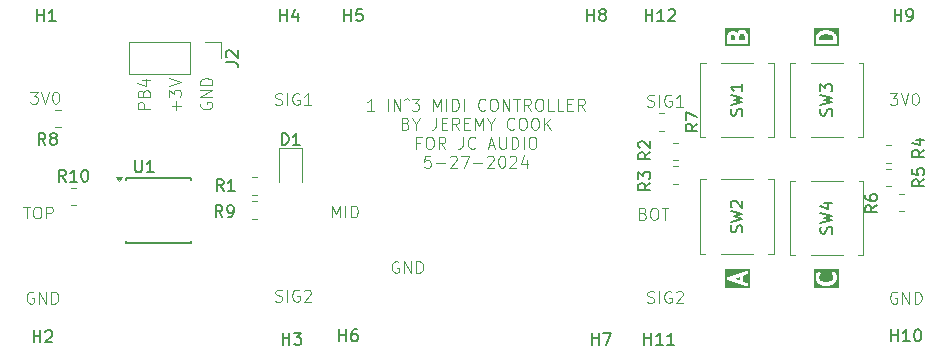
<source format=gbr>
%TF.GenerationSoftware,KiCad,Pcbnew,8.0.4*%
%TF.CreationDate,2024-08-13T21:11:54-04:00*%
%TF.ProjectId,1-inch-midi,312d696e-6368-42d6-9d69-64692e6b6963,rev?*%
%TF.SameCoordinates,Original*%
%TF.FileFunction,Legend,Top*%
%TF.FilePolarity,Positive*%
%FSLAX46Y46*%
G04 Gerber Fmt 4.6, Leading zero omitted, Abs format (unit mm)*
G04 Created by KiCad (PCBNEW 8.0.4) date 2024-08-13 21:11:54*
%MOMM*%
%LPD*%
G01*
G04 APERTURE LIST*
%ADD10C,0.100000*%
%ADD11C,0.300000*%
%ADD12C,0.150000*%
%ADD13C,0.120000*%
G04 APERTURE END LIST*
D10*
X194645646Y-90566419D02*
X195264693Y-90566419D01*
X195264693Y-90566419D02*
X194931360Y-90947371D01*
X194931360Y-90947371D02*
X195074217Y-90947371D01*
X195074217Y-90947371D02*
X195169455Y-90994990D01*
X195169455Y-90994990D02*
X195217074Y-91042609D01*
X195217074Y-91042609D02*
X195264693Y-91137847D01*
X195264693Y-91137847D02*
X195264693Y-91375942D01*
X195264693Y-91375942D02*
X195217074Y-91471180D01*
X195217074Y-91471180D02*
X195169455Y-91518800D01*
X195169455Y-91518800D02*
X195074217Y-91566419D01*
X195074217Y-91566419D02*
X194788503Y-91566419D01*
X194788503Y-91566419D02*
X194693265Y-91518800D01*
X194693265Y-91518800D02*
X194645646Y-91471180D01*
X195550408Y-90566419D02*
X195883741Y-91566419D01*
X195883741Y-91566419D02*
X196217074Y-90566419D01*
X196740884Y-90566419D02*
X196836122Y-90566419D01*
X196836122Y-90566419D02*
X196931360Y-90614038D01*
X196931360Y-90614038D02*
X196978979Y-90661657D01*
X196978979Y-90661657D02*
X197026598Y-90756895D01*
X197026598Y-90756895D02*
X197074217Y-90947371D01*
X197074217Y-90947371D02*
X197074217Y-91185466D01*
X197074217Y-91185466D02*
X197026598Y-91375942D01*
X197026598Y-91375942D02*
X196978979Y-91471180D01*
X196978979Y-91471180D02*
X196931360Y-91518800D01*
X196931360Y-91518800D02*
X196836122Y-91566419D01*
X196836122Y-91566419D02*
X196740884Y-91566419D01*
X196740884Y-91566419D02*
X196645646Y-91518800D01*
X196645646Y-91518800D02*
X196598027Y-91471180D01*
X196598027Y-91471180D02*
X196550408Y-91375942D01*
X196550408Y-91375942D02*
X196502789Y-91185466D01*
X196502789Y-91185466D02*
X196502789Y-90947371D01*
X196502789Y-90947371D02*
X196550408Y-90756895D01*
X196550408Y-90756895D02*
X196598027Y-90661657D01*
X196598027Y-90661657D02*
X196645646Y-90614038D01*
X196645646Y-90614038D02*
X196740884Y-90566419D01*
D11*
G36*
X190317495Y-107033584D02*
G01*
X188184161Y-107033584D01*
X188184161Y-106074060D01*
X188350828Y-106074060D01*
X188350828Y-106216917D01*
X188352286Y-106231728D01*
X188352006Y-106235678D01*
X188353187Y-106240872D01*
X188353710Y-106246181D01*
X188355227Y-106249843D01*
X188358526Y-106264351D01*
X188429954Y-106478637D01*
X188441943Y-106505488D01*
X188445473Y-106509558D01*
X188447536Y-106514538D01*
X188466191Y-106537269D01*
X188609048Y-106680126D01*
X188620550Y-106689566D01*
X188623146Y-106692559D01*
X188627655Y-106695397D01*
X188631778Y-106698781D01*
X188635440Y-106700297D01*
X188648032Y-106708224D01*
X188790888Y-106779653D01*
X188793030Y-106780472D01*
X188793900Y-106781117D01*
X188806171Y-106785501D01*
X188818352Y-106790162D01*
X188819432Y-106790238D01*
X188821591Y-106791010D01*
X189107305Y-106862438D01*
X189112376Y-106863187D01*
X189114421Y-106864035D01*
X189125443Y-106865120D01*
X189136394Y-106866740D01*
X189138581Y-106866414D01*
X189143685Y-106866917D01*
X189357971Y-106866917D01*
X189363074Y-106866414D01*
X189365262Y-106866740D01*
X189376212Y-106865120D01*
X189387235Y-106864035D01*
X189389279Y-106863187D01*
X189394351Y-106862438D01*
X189680065Y-106791010D01*
X189682223Y-106790238D01*
X189683304Y-106790162D01*
X189695478Y-106785503D01*
X189707756Y-106781117D01*
X189708626Y-106780472D01*
X189710767Y-106779653D01*
X189853624Y-106708224D01*
X189866217Y-106700296D01*
X189869877Y-106698781D01*
X189873996Y-106695399D01*
X189878510Y-106692559D01*
X189881106Y-106689565D01*
X189892608Y-106680126D01*
X190035466Y-106537269D01*
X190054121Y-106514539D01*
X190056183Y-106509559D01*
X190059715Y-106505488D01*
X190071703Y-106478637D01*
X190143131Y-106264351D01*
X190146430Y-106249838D01*
X190147946Y-106246181D01*
X190148468Y-106240878D01*
X190149651Y-106235677D01*
X190149369Y-106231722D01*
X190150828Y-106216917D01*
X190150828Y-106074060D01*
X190149369Y-106059254D01*
X190149651Y-106055300D01*
X190148468Y-106050098D01*
X190147946Y-106044796D01*
X190146430Y-106041138D01*
X190143131Y-106026626D01*
X190071703Y-105812340D01*
X190059715Y-105785489D01*
X190056181Y-105781414D01*
X190054120Y-105776438D01*
X190035465Y-105753707D01*
X189964036Y-105682279D01*
X189941305Y-105663625D01*
X189887233Y-105641228D01*
X189828707Y-105641228D01*
X189774635Y-105663626D01*
X189733250Y-105705012D01*
X189710853Y-105759084D01*
X189710853Y-105817610D01*
X189733251Y-105871682D01*
X189751906Y-105894413D01*
X189798294Y-105940800D01*
X189850828Y-106098402D01*
X189850828Y-106192574D01*
X189798294Y-106350176D01*
X189697688Y-106450781D01*
X189591328Y-106503962D01*
X189339507Y-106566917D01*
X189162149Y-106566917D01*
X188910327Y-106503961D01*
X188803968Y-106450782D01*
X188703361Y-106350175D01*
X188650828Y-106192576D01*
X188650828Y-106098400D01*
X188703361Y-105940801D01*
X188749751Y-105894412D01*
X188768406Y-105871682D01*
X188790802Y-105817609D01*
X188790802Y-105759083D01*
X188768406Y-105705011D01*
X188727020Y-105663625D01*
X188672948Y-105641229D01*
X188614422Y-105641229D01*
X188560349Y-105663625D01*
X188537619Y-105682280D01*
X188466191Y-105753708D01*
X188447536Y-105776439D01*
X188445473Y-105781418D01*
X188441943Y-105785489D01*
X188429954Y-105812340D01*
X188358526Y-106026626D01*
X188355227Y-106041133D01*
X188353710Y-106044796D01*
X188353187Y-106050104D01*
X188352006Y-106055299D01*
X188352286Y-106059248D01*
X188350828Y-106074060D01*
X188184161Y-106074060D01*
X188184161Y-105474561D01*
X190317495Y-105474561D01*
X190317495Y-107033584D01*
G37*
D10*
X121874646Y-90439419D02*
X122493693Y-90439419D01*
X122493693Y-90439419D02*
X122160360Y-90820371D01*
X122160360Y-90820371D02*
X122303217Y-90820371D01*
X122303217Y-90820371D02*
X122398455Y-90867990D01*
X122398455Y-90867990D02*
X122446074Y-90915609D01*
X122446074Y-90915609D02*
X122493693Y-91010847D01*
X122493693Y-91010847D02*
X122493693Y-91248942D01*
X122493693Y-91248942D02*
X122446074Y-91344180D01*
X122446074Y-91344180D02*
X122398455Y-91391800D01*
X122398455Y-91391800D02*
X122303217Y-91439419D01*
X122303217Y-91439419D02*
X122017503Y-91439419D01*
X122017503Y-91439419D02*
X121922265Y-91391800D01*
X121922265Y-91391800D02*
X121874646Y-91344180D01*
X122779408Y-90439419D02*
X123112741Y-91439419D01*
X123112741Y-91439419D02*
X123446074Y-90439419D01*
X123969884Y-90439419D02*
X124065122Y-90439419D01*
X124065122Y-90439419D02*
X124160360Y-90487038D01*
X124160360Y-90487038D02*
X124207979Y-90534657D01*
X124207979Y-90534657D02*
X124255598Y-90629895D01*
X124255598Y-90629895D02*
X124303217Y-90820371D01*
X124303217Y-90820371D02*
X124303217Y-91058466D01*
X124303217Y-91058466D02*
X124255598Y-91248942D01*
X124255598Y-91248942D02*
X124207979Y-91344180D01*
X124207979Y-91344180D02*
X124160360Y-91391800D01*
X124160360Y-91391800D02*
X124065122Y-91439419D01*
X124065122Y-91439419D02*
X123969884Y-91439419D01*
X123969884Y-91439419D02*
X123874646Y-91391800D01*
X123874646Y-91391800D02*
X123827027Y-91344180D01*
X123827027Y-91344180D02*
X123779408Y-91248942D01*
X123779408Y-91248942D02*
X123731789Y-91058466D01*
X123731789Y-91058466D02*
X123731789Y-90820371D01*
X123731789Y-90820371D02*
X123779408Y-90629895D01*
X123779408Y-90629895D02*
X123827027Y-90534657D01*
X123827027Y-90534657D02*
X123874646Y-90487038D01*
X123874646Y-90487038D02*
X123969884Y-90439419D01*
D11*
G36*
X181483403Y-85654481D02*
G01*
X181520406Y-85691485D01*
X181565114Y-85780899D01*
X181565114Y-86095489D01*
X181150828Y-86095489D01*
X181150828Y-85780899D01*
X181195535Y-85691484D01*
X181232539Y-85654480D01*
X181321952Y-85609774D01*
X181393990Y-85609774D01*
X181483403Y-85654481D01*
G37*
G36*
X182269116Y-85583051D02*
G01*
X182306121Y-85620056D01*
X182350828Y-85709469D01*
X182350828Y-86095489D01*
X181865114Y-86095489D01*
X181865114Y-85769831D01*
X181917647Y-85612229D01*
X181946824Y-85583052D01*
X182036238Y-85538346D01*
X182179704Y-85538346D01*
X182269116Y-85583051D01*
G37*
G36*
X182817495Y-86562156D02*
G01*
X180684161Y-86562156D01*
X180684161Y-85745489D01*
X180850828Y-85745489D01*
X180850828Y-86245489D01*
X180853710Y-86274753D01*
X180876108Y-86328825D01*
X180917492Y-86370209D01*
X180971564Y-86392607D01*
X181000828Y-86395489D01*
X182500828Y-86395489D01*
X182530092Y-86392607D01*
X182584164Y-86370209D01*
X182625548Y-86328825D01*
X182647946Y-86274753D01*
X182650828Y-86245489D01*
X182650828Y-85674060D01*
X182647946Y-85644796D01*
X182645883Y-85639817D01*
X182645502Y-85634442D01*
X182634992Y-85606979D01*
X182563564Y-85464121D01*
X182555637Y-85451529D01*
X182554121Y-85447868D01*
X182550737Y-85443745D01*
X182547899Y-85439236D01*
X182544907Y-85436641D01*
X182535466Y-85425137D01*
X182464037Y-85353708D01*
X182452535Y-85344268D01*
X182449939Y-85341275D01*
X182445425Y-85338434D01*
X182441306Y-85335053D01*
X182437646Y-85333537D01*
X182425053Y-85325610D01*
X182282196Y-85254182D01*
X182254732Y-85243672D01*
X182249356Y-85243290D01*
X182244378Y-85241228D01*
X182215114Y-85238346D01*
X182000828Y-85238346D01*
X181971564Y-85241228D01*
X181966585Y-85243290D01*
X181961210Y-85243672D01*
X181933747Y-85254182D01*
X181790889Y-85325610D01*
X181778297Y-85333536D01*
X181774636Y-85335053D01*
X181770513Y-85338436D01*
X181766004Y-85341275D01*
X181763409Y-85344266D01*
X181751905Y-85353708D01*
X181680476Y-85425137D01*
X181679505Y-85426319D01*
X181678324Y-85425138D01*
X181666821Y-85415698D01*
X181664225Y-85412704D01*
X181659710Y-85409862D01*
X181655593Y-85406483D01*
X181651934Y-85404967D01*
X181639339Y-85397039D01*
X181496482Y-85325610D01*
X181469019Y-85315101D01*
X181463644Y-85314719D01*
X181458664Y-85312656D01*
X181429400Y-85309774D01*
X181286542Y-85309774D01*
X181257278Y-85312656D01*
X181252297Y-85314719D01*
X181246923Y-85315101D01*
X181219459Y-85325610D01*
X181076603Y-85397039D01*
X181064006Y-85404967D01*
X181060349Y-85406483D01*
X181056231Y-85409862D01*
X181051717Y-85412704D01*
X181049119Y-85415698D01*
X181037618Y-85425138D01*
X180966190Y-85496567D01*
X180956752Y-85508066D01*
X180953758Y-85510664D01*
X180950915Y-85515180D01*
X180947536Y-85519298D01*
X180946021Y-85522954D01*
X180938093Y-85535550D01*
X180866664Y-85678407D01*
X180856155Y-85705870D01*
X180855773Y-85711244D01*
X180853710Y-85716225D01*
X180850828Y-85745489D01*
X180684161Y-85745489D01*
X180684161Y-85071679D01*
X182817495Y-85071679D01*
X182817495Y-86562156D01*
G37*
D10*
X142623265Y-108155800D02*
X142766122Y-108203419D01*
X142766122Y-108203419D02*
X143004217Y-108203419D01*
X143004217Y-108203419D02*
X143099455Y-108155800D01*
X143099455Y-108155800D02*
X143147074Y-108108180D01*
X143147074Y-108108180D02*
X143194693Y-108012942D01*
X143194693Y-108012942D02*
X143194693Y-107917704D01*
X143194693Y-107917704D02*
X143147074Y-107822466D01*
X143147074Y-107822466D02*
X143099455Y-107774847D01*
X143099455Y-107774847D02*
X143004217Y-107727228D01*
X143004217Y-107727228D02*
X142813741Y-107679609D01*
X142813741Y-107679609D02*
X142718503Y-107631990D01*
X142718503Y-107631990D02*
X142670884Y-107584371D01*
X142670884Y-107584371D02*
X142623265Y-107489133D01*
X142623265Y-107489133D02*
X142623265Y-107393895D01*
X142623265Y-107393895D02*
X142670884Y-107298657D01*
X142670884Y-107298657D02*
X142718503Y-107251038D01*
X142718503Y-107251038D02*
X142813741Y-107203419D01*
X142813741Y-107203419D02*
X143051836Y-107203419D01*
X143051836Y-107203419D02*
X143194693Y-107251038D01*
X143623265Y-108203419D02*
X143623265Y-107203419D01*
X144623264Y-107251038D02*
X144528026Y-107203419D01*
X144528026Y-107203419D02*
X144385169Y-107203419D01*
X144385169Y-107203419D02*
X144242312Y-107251038D01*
X144242312Y-107251038D02*
X144147074Y-107346276D01*
X144147074Y-107346276D02*
X144099455Y-107441514D01*
X144099455Y-107441514D02*
X144051836Y-107631990D01*
X144051836Y-107631990D02*
X144051836Y-107774847D01*
X144051836Y-107774847D02*
X144099455Y-107965323D01*
X144099455Y-107965323D02*
X144147074Y-108060561D01*
X144147074Y-108060561D02*
X144242312Y-108155800D01*
X144242312Y-108155800D02*
X144385169Y-108203419D01*
X144385169Y-108203419D02*
X144480407Y-108203419D01*
X144480407Y-108203419D02*
X144623264Y-108155800D01*
X144623264Y-108155800D02*
X144670883Y-108108180D01*
X144670883Y-108108180D02*
X144670883Y-107774847D01*
X144670883Y-107774847D02*
X144480407Y-107774847D01*
X145051836Y-107298657D02*
X145099455Y-107251038D01*
X145099455Y-107251038D02*
X145194693Y-107203419D01*
X145194693Y-107203419D02*
X145432788Y-107203419D01*
X145432788Y-107203419D02*
X145528026Y-107251038D01*
X145528026Y-107251038D02*
X145575645Y-107298657D01*
X145575645Y-107298657D02*
X145623264Y-107393895D01*
X145623264Y-107393895D02*
X145623264Y-107489133D01*
X145623264Y-107489133D02*
X145575645Y-107631990D01*
X145575645Y-107631990D02*
X145004217Y-108203419D01*
X145004217Y-108203419D02*
X145623264Y-108203419D01*
X174119265Y-108282800D02*
X174262122Y-108330419D01*
X174262122Y-108330419D02*
X174500217Y-108330419D01*
X174500217Y-108330419D02*
X174595455Y-108282800D01*
X174595455Y-108282800D02*
X174643074Y-108235180D01*
X174643074Y-108235180D02*
X174690693Y-108139942D01*
X174690693Y-108139942D02*
X174690693Y-108044704D01*
X174690693Y-108044704D02*
X174643074Y-107949466D01*
X174643074Y-107949466D02*
X174595455Y-107901847D01*
X174595455Y-107901847D02*
X174500217Y-107854228D01*
X174500217Y-107854228D02*
X174309741Y-107806609D01*
X174309741Y-107806609D02*
X174214503Y-107758990D01*
X174214503Y-107758990D02*
X174166884Y-107711371D01*
X174166884Y-107711371D02*
X174119265Y-107616133D01*
X174119265Y-107616133D02*
X174119265Y-107520895D01*
X174119265Y-107520895D02*
X174166884Y-107425657D01*
X174166884Y-107425657D02*
X174214503Y-107378038D01*
X174214503Y-107378038D02*
X174309741Y-107330419D01*
X174309741Y-107330419D02*
X174547836Y-107330419D01*
X174547836Y-107330419D02*
X174690693Y-107378038D01*
X175119265Y-108330419D02*
X175119265Y-107330419D01*
X176119264Y-107378038D02*
X176024026Y-107330419D01*
X176024026Y-107330419D02*
X175881169Y-107330419D01*
X175881169Y-107330419D02*
X175738312Y-107378038D01*
X175738312Y-107378038D02*
X175643074Y-107473276D01*
X175643074Y-107473276D02*
X175595455Y-107568514D01*
X175595455Y-107568514D02*
X175547836Y-107758990D01*
X175547836Y-107758990D02*
X175547836Y-107901847D01*
X175547836Y-107901847D02*
X175595455Y-108092323D01*
X175595455Y-108092323D02*
X175643074Y-108187561D01*
X175643074Y-108187561D02*
X175738312Y-108282800D01*
X175738312Y-108282800D02*
X175881169Y-108330419D01*
X175881169Y-108330419D02*
X175976407Y-108330419D01*
X175976407Y-108330419D02*
X176119264Y-108282800D01*
X176119264Y-108282800D02*
X176166883Y-108235180D01*
X176166883Y-108235180D02*
X176166883Y-107901847D01*
X176166883Y-107901847D02*
X175976407Y-107901847D01*
X176547836Y-107425657D02*
X176595455Y-107378038D01*
X176595455Y-107378038D02*
X176690693Y-107330419D01*
X176690693Y-107330419D02*
X176928788Y-107330419D01*
X176928788Y-107330419D02*
X177024026Y-107378038D01*
X177024026Y-107378038D02*
X177071645Y-107425657D01*
X177071645Y-107425657D02*
X177119264Y-107520895D01*
X177119264Y-107520895D02*
X177119264Y-107616133D01*
X177119264Y-107616133D02*
X177071645Y-107758990D01*
X177071645Y-107758990D02*
X176500217Y-108330419D01*
X176500217Y-108330419D02*
X177119264Y-108330419D01*
X121261027Y-100172419D02*
X121832455Y-100172419D01*
X121546741Y-101172419D02*
X121546741Y-100172419D01*
X122356265Y-100172419D02*
X122546741Y-100172419D01*
X122546741Y-100172419D02*
X122641979Y-100220038D01*
X122641979Y-100220038D02*
X122737217Y-100315276D01*
X122737217Y-100315276D02*
X122784836Y-100505752D01*
X122784836Y-100505752D02*
X122784836Y-100839085D01*
X122784836Y-100839085D02*
X122737217Y-101029561D01*
X122737217Y-101029561D02*
X122641979Y-101124800D01*
X122641979Y-101124800D02*
X122546741Y-101172419D01*
X122546741Y-101172419D02*
X122356265Y-101172419D01*
X122356265Y-101172419D02*
X122261027Y-101124800D01*
X122261027Y-101124800D02*
X122165789Y-101029561D01*
X122165789Y-101029561D02*
X122118170Y-100839085D01*
X122118170Y-100839085D02*
X122118170Y-100505752D01*
X122118170Y-100505752D02*
X122165789Y-100315276D01*
X122165789Y-100315276D02*
X122261027Y-100220038D01*
X122261027Y-100220038D02*
X122356265Y-100172419D01*
X123213408Y-101172419D02*
X123213408Y-100172419D01*
X123213408Y-100172419D02*
X123594360Y-100172419D01*
X123594360Y-100172419D02*
X123689598Y-100220038D01*
X123689598Y-100220038D02*
X123737217Y-100267657D01*
X123737217Y-100267657D02*
X123784836Y-100362895D01*
X123784836Y-100362895D02*
X123784836Y-100505752D01*
X123784836Y-100505752D02*
X123737217Y-100600990D01*
X123737217Y-100600990D02*
X123689598Y-100648609D01*
X123689598Y-100648609D02*
X123594360Y-100696228D01*
X123594360Y-100696228D02*
X123213408Y-100696228D01*
X174119265Y-91645800D02*
X174262122Y-91693419D01*
X174262122Y-91693419D02*
X174500217Y-91693419D01*
X174500217Y-91693419D02*
X174595455Y-91645800D01*
X174595455Y-91645800D02*
X174643074Y-91598180D01*
X174643074Y-91598180D02*
X174690693Y-91502942D01*
X174690693Y-91502942D02*
X174690693Y-91407704D01*
X174690693Y-91407704D02*
X174643074Y-91312466D01*
X174643074Y-91312466D02*
X174595455Y-91264847D01*
X174595455Y-91264847D02*
X174500217Y-91217228D01*
X174500217Y-91217228D02*
X174309741Y-91169609D01*
X174309741Y-91169609D02*
X174214503Y-91121990D01*
X174214503Y-91121990D02*
X174166884Y-91074371D01*
X174166884Y-91074371D02*
X174119265Y-90979133D01*
X174119265Y-90979133D02*
X174119265Y-90883895D01*
X174119265Y-90883895D02*
X174166884Y-90788657D01*
X174166884Y-90788657D02*
X174214503Y-90741038D01*
X174214503Y-90741038D02*
X174309741Y-90693419D01*
X174309741Y-90693419D02*
X174547836Y-90693419D01*
X174547836Y-90693419D02*
X174690693Y-90741038D01*
X175119265Y-91693419D02*
X175119265Y-90693419D01*
X176119264Y-90741038D02*
X176024026Y-90693419D01*
X176024026Y-90693419D02*
X175881169Y-90693419D01*
X175881169Y-90693419D02*
X175738312Y-90741038D01*
X175738312Y-90741038D02*
X175643074Y-90836276D01*
X175643074Y-90836276D02*
X175595455Y-90931514D01*
X175595455Y-90931514D02*
X175547836Y-91121990D01*
X175547836Y-91121990D02*
X175547836Y-91264847D01*
X175547836Y-91264847D02*
X175595455Y-91455323D01*
X175595455Y-91455323D02*
X175643074Y-91550561D01*
X175643074Y-91550561D02*
X175738312Y-91645800D01*
X175738312Y-91645800D02*
X175881169Y-91693419D01*
X175881169Y-91693419D02*
X175976407Y-91693419D01*
X175976407Y-91693419D02*
X176119264Y-91645800D01*
X176119264Y-91645800D02*
X176166883Y-91598180D01*
X176166883Y-91598180D02*
X176166883Y-91264847D01*
X176166883Y-91264847D02*
X175976407Y-91264847D01*
X177119264Y-91693419D02*
X176547836Y-91693419D01*
X176833550Y-91693419D02*
X176833550Y-90693419D01*
X176833550Y-90693419D02*
X176738312Y-90836276D01*
X176738312Y-90836276D02*
X176643074Y-90931514D01*
X176643074Y-90931514D02*
X176547836Y-90979133D01*
X122127693Y-107420038D02*
X122032455Y-107372419D01*
X122032455Y-107372419D02*
X121889598Y-107372419D01*
X121889598Y-107372419D02*
X121746741Y-107420038D01*
X121746741Y-107420038D02*
X121651503Y-107515276D01*
X121651503Y-107515276D02*
X121603884Y-107610514D01*
X121603884Y-107610514D02*
X121556265Y-107800990D01*
X121556265Y-107800990D02*
X121556265Y-107943847D01*
X121556265Y-107943847D02*
X121603884Y-108134323D01*
X121603884Y-108134323D02*
X121651503Y-108229561D01*
X121651503Y-108229561D02*
X121746741Y-108324800D01*
X121746741Y-108324800D02*
X121889598Y-108372419D01*
X121889598Y-108372419D02*
X121984836Y-108372419D01*
X121984836Y-108372419D02*
X122127693Y-108324800D01*
X122127693Y-108324800D02*
X122175312Y-108277180D01*
X122175312Y-108277180D02*
X122175312Y-107943847D01*
X122175312Y-107943847D02*
X121984836Y-107943847D01*
X122603884Y-108372419D02*
X122603884Y-107372419D01*
X122603884Y-107372419D02*
X123175312Y-108372419D01*
X123175312Y-108372419D02*
X123175312Y-107372419D01*
X123651503Y-108372419D02*
X123651503Y-107372419D01*
X123651503Y-107372419D02*
X123889598Y-107372419D01*
X123889598Y-107372419D02*
X124032455Y-107420038D01*
X124032455Y-107420038D02*
X124127693Y-107515276D01*
X124127693Y-107515276D02*
X124175312Y-107610514D01*
X124175312Y-107610514D02*
X124222931Y-107800990D01*
X124222931Y-107800990D02*
X124222931Y-107943847D01*
X124222931Y-107943847D02*
X124175312Y-108134323D01*
X124175312Y-108134323D02*
X124127693Y-108229561D01*
X124127693Y-108229561D02*
X124032455Y-108324800D01*
X124032455Y-108324800D02*
X123889598Y-108372419D01*
X123889598Y-108372419D02*
X123651503Y-108372419D01*
X134238466Y-92025115D02*
X134238466Y-91263211D01*
X134619419Y-91644163D02*
X133857514Y-91644163D01*
X133619419Y-90882258D02*
X133619419Y-90263211D01*
X133619419Y-90263211D02*
X134000371Y-90596544D01*
X134000371Y-90596544D02*
X134000371Y-90453687D01*
X134000371Y-90453687D02*
X134047990Y-90358449D01*
X134047990Y-90358449D02*
X134095609Y-90310830D01*
X134095609Y-90310830D02*
X134190847Y-90263211D01*
X134190847Y-90263211D02*
X134428942Y-90263211D01*
X134428942Y-90263211D02*
X134524180Y-90310830D01*
X134524180Y-90310830D02*
X134571800Y-90358449D01*
X134571800Y-90358449D02*
X134619419Y-90453687D01*
X134619419Y-90453687D02*
X134619419Y-90739401D01*
X134619419Y-90739401D02*
X134571800Y-90834639D01*
X134571800Y-90834639D02*
X134524180Y-90882258D01*
X133619419Y-89977496D02*
X134619419Y-89644163D01*
X134619419Y-89644163D02*
X133619419Y-89310830D01*
X150957142Y-92042587D02*
X150385714Y-92042587D01*
X150671428Y-92042587D02*
X150671428Y-91042587D01*
X150671428Y-91042587D02*
X150576190Y-91185444D01*
X150576190Y-91185444D02*
X150480952Y-91280682D01*
X150480952Y-91280682D02*
X150385714Y-91328301D01*
X152147619Y-92042587D02*
X152147619Y-91042587D01*
X152623809Y-92042587D02*
X152623809Y-91042587D01*
X152623809Y-91042587D02*
X153195237Y-92042587D01*
X153195237Y-92042587D02*
X153195237Y-91042587D01*
X153528571Y-91137825D02*
X153719047Y-90994968D01*
X153719047Y-90994968D02*
X153909523Y-91137825D01*
X154147619Y-91042587D02*
X154766666Y-91042587D01*
X154766666Y-91042587D02*
X154433333Y-91423539D01*
X154433333Y-91423539D02*
X154576190Y-91423539D01*
X154576190Y-91423539D02*
X154671428Y-91471158D01*
X154671428Y-91471158D02*
X154719047Y-91518777D01*
X154719047Y-91518777D02*
X154766666Y-91614015D01*
X154766666Y-91614015D02*
X154766666Y-91852110D01*
X154766666Y-91852110D02*
X154719047Y-91947348D01*
X154719047Y-91947348D02*
X154671428Y-91994968D01*
X154671428Y-91994968D02*
X154576190Y-92042587D01*
X154576190Y-92042587D02*
X154290476Y-92042587D01*
X154290476Y-92042587D02*
X154195238Y-91994968D01*
X154195238Y-91994968D02*
X154147619Y-91947348D01*
X155957143Y-92042587D02*
X155957143Y-91042587D01*
X155957143Y-91042587D02*
X156290476Y-91756872D01*
X156290476Y-91756872D02*
X156623809Y-91042587D01*
X156623809Y-91042587D02*
X156623809Y-92042587D01*
X157100000Y-92042587D02*
X157100000Y-91042587D01*
X157576190Y-92042587D02*
X157576190Y-91042587D01*
X157576190Y-91042587D02*
X157814285Y-91042587D01*
X157814285Y-91042587D02*
X157957142Y-91090206D01*
X157957142Y-91090206D02*
X158052380Y-91185444D01*
X158052380Y-91185444D02*
X158099999Y-91280682D01*
X158099999Y-91280682D02*
X158147618Y-91471158D01*
X158147618Y-91471158D02*
X158147618Y-91614015D01*
X158147618Y-91614015D02*
X158099999Y-91804491D01*
X158099999Y-91804491D02*
X158052380Y-91899729D01*
X158052380Y-91899729D02*
X157957142Y-91994968D01*
X157957142Y-91994968D02*
X157814285Y-92042587D01*
X157814285Y-92042587D02*
X157576190Y-92042587D01*
X158576190Y-92042587D02*
X158576190Y-91042587D01*
X160385713Y-91947348D02*
X160338094Y-91994968D01*
X160338094Y-91994968D02*
X160195237Y-92042587D01*
X160195237Y-92042587D02*
X160099999Y-92042587D01*
X160099999Y-92042587D02*
X159957142Y-91994968D01*
X159957142Y-91994968D02*
X159861904Y-91899729D01*
X159861904Y-91899729D02*
X159814285Y-91804491D01*
X159814285Y-91804491D02*
X159766666Y-91614015D01*
X159766666Y-91614015D02*
X159766666Y-91471158D01*
X159766666Y-91471158D02*
X159814285Y-91280682D01*
X159814285Y-91280682D02*
X159861904Y-91185444D01*
X159861904Y-91185444D02*
X159957142Y-91090206D01*
X159957142Y-91090206D02*
X160099999Y-91042587D01*
X160099999Y-91042587D02*
X160195237Y-91042587D01*
X160195237Y-91042587D02*
X160338094Y-91090206D01*
X160338094Y-91090206D02*
X160385713Y-91137825D01*
X161004761Y-91042587D02*
X161195237Y-91042587D01*
X161195237Y-91042587D02*
X161290475Y-91090206D01*
X161290475Y-91090206D02*
X161385713Y-91185444D01*
X161385713Y-91185444D02*
X161433332Y-91375920D01*
X161433332Y-91375920D02*
X161433332Y-91709253D01*
X161433332Y-91709253D02*
X161385713Y-91899729D01*
X161385713Y-91899729D02*
X161290475Y-91994968D01*
X161290475Y-91994968D02*
X161195237Y-92042587D01*
X161195237Y-92042587D02*
X161004761Y-92042587D01*
X161004761Y-92042587D02*
X160909523Y-91994968D01*
X160909523Y-91994968D02*
X160814285Y-91899729D01*
X160814285Y-91899729D02*
X160766666Y-91709253D01*
X160766666Y-91709253D02*
X160766666Y-91375920D01*
X160766666Y-91375920D02*
X160814285Y-91185444D01*
X160814285Y-91185444D02*
X160909523Y-91090206D01*
X160909523Y-91090206D02*
X161004761Y-91042587D01*
X161861904Y-92042587D02*
X161861904Y-91042587D01*
X161861904Y-91042587D02*
X162433332Y-92042587D01*
X162433332Y-92042587D02*
X162433332Y-91042587D01*
X162766666Y-91042587D02*
X163338094Y-91042587D01*
X163052380Y-92042587D02*
X163052380Y-91042587D01*
X164242856Y-92042587D02*
X163909523Y-91566396D01*
X163671428Y-92042587D02*
X163671428Y-91042587D01*
X163671428Y-91042587D02*
X164052380Y-91042587D01*
X164052380Y-91042587D02*
X164147618Y-91090206D01*
X164147618Y-91090206D02*
X164195237Y-91137825D01*
X164195237Y-91137825D02*
X164242856Y-91233063D01*
X164242856Y-91233063D02*
X164242856Y-91375920D01*
X164242856Y-91375920D02*
X164195237Y-91471158D01*
X164195237Y-91471158D02*
X164147618Y-91518777D01*
X164147618Y-91518777D02*
X164052380Y-91566396D01*
X164052380Y-91566396D02*
X163671428Y-91566396D01*
X164861904Y-91042587D02*
X165052380Y-91042587D01*
X165052380Y-91042587D02*
X165147618Y-91090206D01*
X165147618Y-91090206D02*
X165242856Y-91185444D01*
X165242856Y-91185444D02*
X165290475Y-91375920D01*
X165290475Y-91375920D02*
X165290475Y-91709253D01*
X165290475Y-91709253D02*
X165242856Y-91899729D01*
X165242856Y-91899729D02*
X165147618Y-91994968D01*
X165147618Y-91994968D02*
X165052380Y-92042587D01*
X165052380Y-92042587D02*
X164861904Y-92042587D01*
X164861904Y-92042587D02*
X164766666Y-91994968D01*
X164766666Y-91994968D02*
X164671428Y-91899729D01*
X164671428Y-91899729D02*
X164623809Y-91709253D01*
X164623809Y-91709253D02*
X164623809Y-91375920D01*
X164623809Y-91375920D02*
X164671428Y-91185444D01*
X164671428Y-91185444D02*
X164766666Y-91090206D01*
X164766666Y-91090206D02*
X164861904Y-91042587D01*
X166195237Y-92042587D02*
X165719047Y-92042587D01*
X165719047Y-92042587D02*
X165719047Y-91042587D01*
X167004761Y-92042587D02*
X166528571Y-92042587D01*
X166528571Y-92042587D02*
X166528571Y-91042587D01*
X167338095Y-91518777D02*
X167671428Y-91518777D01*
X167814285Y-92042587D02*
X167338095Y-92042587D01*
X167338095Y-92042587D02*
X167338095Y-91042587D01*
X167338095Y-91042587D02*
X167814285Y-91042587D01*
X168814285Y-92042587D02*
X168480952Y-91566396D01*
X168242857Y-92042587D02*
X168242857Y-91042587D01*
X168242857Y-91042587D02*
X168623809Y-91042587D01*
X168623809Y-91042587D02*
X168719047Y-91090206D01*
X168719047Y-91090206D02*
X168766666Y-91137825D01*
X168766666Y-91137825D02*
X168814285Y-91233063D01*
X168814285Y-91233063D02*
X168814285Y-91375920D01*
X168814285Y-91375920D02*
X168766666Y-91471158D01*
X168766666Y-91471158D02*
X168719047Y-91518777D01*
X168719047Y-91518777D02*
X168623809Y-91566396D01*
X168623809Y-91566396D02*
X168242857Y-91566396D01*
X153647618Y-93128721D02*
X153790475Y-93176340D01*
X153790475Y-93176340D02*
X153838094Y-93223959D01*
X153838094Y-93223959D02*
X153885713Y-93319197D01*
X153885713Y-93319197D02*
X153885713Y-93462054D01*
X153885713Y-93462054D02*
X153838094Y-93557292D01*
X153838094Y-93557292D02*
X153790475Y-93604912D01*
X153790475Y-93604912D02*
X153695237Y-93652531D01*
X153695237Y-93652531D02*
X153314285Y-93652531D01*
X153314285Y-93652531D02*
X153314285Y-92652531D01*
X153314285Y-92652531D02*
X153647618Y-92652531D01*
X153647618Y-92652531D02*
X153742856Y-92700150D01*
X153742856Y-92700150D02*
X153790475Y-92747769D01*
X153790475Y-92747769D02*
X153838094Y-92843007D01*
X153838094Y-92843007D02*
X153838094Y-92938245D01*
X153838094Y-92938245D02*
X153790475Y-93033483D01*
X153790475Y-93033483D02*
X153742856Y-93081102D01*
X153742856Y-93081102D02*
X153647618Y-93128721D01*
X153647618Y-93128721D02*
X153314285Y-93128721D01*
X154504761Y-93176340D02*
X154504761Y-93652531D01*
X154171428Y-92652531D02*
X154504761Y-93176340D01*
X154504761Y-93176340D02*
X154838094Y-92652531D01*
X156219047Y-92652531D02*
X156219047Y-93366816D01*
X156219047Y-93366816D02*
X156171428Y-93509673D01*
X156171428Y-93509673D02*
X156076190Y-93604912D01*
X156076190Y-93604912D02*
X155933333Y-93652531D01*
X155933333Y-93652531D02*
X155838095Y-93652531D01*
X156695238Y-93128721D02*
X157028571Y-93128721D01*
X157171428Y-93652531D02*
X156695238Y-93652531D01*
X156695238Y-93652531D02*
X156695238Y-92652531D01*
X156695238Y-92652531D02*
X157171428Y-92652531D01*
X158171428Y-93652531D02*
X157838095Y-93176340D01*
X157600000Y-93652531D02*
X157600000Y-92652531D01*
X157600000Y-92652531D02*
X157980952Y-92652531D01*
X157980952Y-92652531D02*
X158076190Y-92700150D01*
X158076190Y-92700150D02*
X158123809Y-92747769D01*
X158123809Y-92747769D02*
X158171428Y-92843007D01*
X158171428Y-92843007D02*
X158171428Y-92985864D01*
X158171428Y-92985864D02*
X158123809Y-93081102D01*
X158123809Y-93081102D02*
X158076190Y-93128721D01*
X158076190Y-93128721D02*
X157980952Y-93176340D01*
X157980952Y-93176340D02*
X157600000Y-93176340D01*
X158600000Y-93128721D02*
X158933333Y-93128721D01*
X159076190Y-93652531D02*
X158600000Y-93652531D01*
X158600000Y-93652531D02*
X158600000Y-92652531D01*
X158600000Y-92652531D02*
X159076190Y-92652531D01*
X159504762Y-93652531D02*
X159504762Y-92652531D01*
X159504762Y-92652531D02*
X159838095Y-93366816D01*
X159838095Y-93366816D02*
X160171428Y-92652531D01*
X160171428Y-92652531D02*
X160171428Y-93652531D01*
X160838095Y-93176340D02*
X160838095Y-93652531D01*
X160504762Y-92652531D02*
X160838095Y-93176340D01*
X160838095Y-93176340D02*
X161171428Y-92652531D01*
X162838095Y-93557292D02*
X162790476Y-93604912D01*
X162790476Y-93604912D02*
X162647619Y-93652531D01*
X162647619Y-93652531D02*
X162552381Y-93652531D01*
X162552381Y-93652531D02*
X162409524Y-93604912D01*
X162409524Y-93604912D02*
X162314286Y-93509673D01*
X162314286Y-93509673D02*
X162266667Y-93414435D01*
X162266667Y-93414435D02*
X162219048Y-93223959D01*
X162219048Y-93223959D02*
X162219048Y-93081102D01*
X162219048Y-93081102D02*
X162266667Y-92890626D01*
X162266667Y-92890626D02*
X162314286Y-92795388D01*
X162314286Y-92795388D02*
X162409524Y-92700150D01*
X162409524Y-92700150D02*
X162552381Y-92652531D01*
X162552381Y-92652531D02*
X162647619Y-92652531D01*
X162647619Y-92652531D02*
X162790476Y-92700150D01*
X162790476Y-92700150D02*
X162838095Y-92747769D01*
X163457143Y-92652531D02*
X163647619Y-92652531D01*
X163647619Y-92652531D02*
X163742857Y-92700150D01*
X163742857Y-92700150D02*
X163838095Y-92795388D01*
X163838095Y-92795388D02*
X163885714Y-92985864D01*
X163885714Y-92985864D02*
X163885714Y-93319197D01*
X163885714Y-93319197D02*
X163838095Y-93509673D01*
X163838095Y-93509673D02*
X163742857Y-93604912D01*
X163742857Y-93604912D02*
X163647619Y-93652531D01*
X163647619Y-93652531D02*
X163457143Y-93652531D01*
X163457143Y-93652531D02*
X163361905Y-93604912D01*
X163361905Y-93604912D02*
X163266667Y-93509673D01*
X163266667Y-93509673D02*
X163219048Y-93319197D01*
X163219048Y-93319197D02*
X163219048Y-92985864D01*
X163219048Y-92985864D02*
X163266667Y-92795388D01*
X163266667Y-92795388D02*
X163361905Y-92700150D01*
X163361905Y-92700150D02*
X163457143Y-92652531D01*
X164504762Y-92652531D02*
X164695238Y-92652531D01*
X164695238Y-92652531D02*
X164790476Y-92700150D01*
X164790476Y-92700150D02*
X164885714Y-92795388D01*
X164885714Y-92795388D02*
X164933333Y-92985864D01*
X164933333Y-92985864D02*
X164933333Y-93319197D01*
X164933333Y-93319197D02*
X164885714Y-93509673D01*
X164885714Y-93509673D02*
X164790476Y-93604912D01*
X164790476Y-93604912D02*
X164695238Y-93652531D01*
X164695238Y-93652531D02*
X164504762Y-93652531D01*
X164504762Y-93652531D02*
X164409524Y-93604912D01*
X164409524Y-93604912D02*
X164314286Y-93509673D01*
X164314286Y-93509673D02*
X164266667Y-93319197D01*
X164266667Y-93319197D02*
X164266667Y-92985864D01*
X164266667Y-92985864D02*
X164314286Y-92795388D01*
X164314286Y-92795388D02*
X164409524Y-92700150D01*
X164409524Y-92700150D02*
X164504762Y-92652531D01*
X165361905Y-93652531D02*
X165361905Y-92652531D01*
X165933333Y-93652531D02*
X165504762Y-93081102D01*
X165933333Y-92652531D02*
X165361905Y-93223959D01*
X154861904Y-94738665D02*
X154528571Y-94738665D01*
X154528571Y-95262475D02*
X154528571Y-94262475D01*
X154528571Y-94262475D02*
X155004761Y-94262475D01*
X155576190Y-94262475D02*
X155766666Y-94262475D01*
X155766666Y-94262475D02*
X155861904Y-94310094D01*
X155861904Y-94310094D02*
X155957142Y-94405332D01*
X155957142Y-94405332D02*
X156004761Y-94595808D01*
X156004761Y-94595808D02*
X156004761Y-94929141D01*
X156004761Y-94929141D02*
X155957142Y-95119617D01*
X155957142Y-95119617D02*
X155861904Y-95214856D01*
X155861904Y-95214856D02*
X155766666Y-95262475D01*
X155766666Y-95262475D02*
X155576190Y-95262475D01*
X155576190Y-95262475D02*
X155480952Y-95214856D01*
X155480952Y-95214856D02*
X155385714Y-95119617D01*
X155385714Y-95119617D02*
X155338095Y-94929141D01*
X155338095Y-94929141D02*
X155338095Y-94595808D01*
X155338095Y-94595808D02*
X155385714Y-94405332D01*
X155385714Y-94405332D02*
X155480952Y-94310094D01*
X155480952Y-94310094D02*
X155576190Y-94262475D01*
X157004761Y-95262475D02*
X156671428Y-94786284D01*
X156433333Y-95262475D02*
X156433333Y-94262475D01*
X156433333Y-94262475D02*
X156814285Y-94262475D01*
X156814285Y-94262475D02*
X156909523Y-94310094D01*
X156909523Y-94310094D02*
X156957142Y-94357713D01*
X156957142Y-94357713D02*
X157004761Y-94452951D01*
X157004761Y-94452951D02*
X157004761Y-94595808D01*
X157004761Y-94595808D02*
X156957142Y-94691046D01*
X156957142Y-94691046D02*
X156909523Y-94738665D01*
X156909523Y-94738665D02*
X156814285Y-94786284D01*
X156814285Y-94786284D02*
X156433333Y-94786284D01*
X158480952Y-94262475D02*
X158480952Y-94976760D01*
X158480952Y-94976760D02*
X158433333Y-95119617D01*
X158433333Y-95119617D02*
X158338095Y-95214856D01*
X158338095Y-95214856D02*
X158195238Y-95262475D01*
X158195238Y-95262475D02*
X158100000Y-95262475D01*
X159528571Y-95167236D02*
X159480952Y-95214856D01*
X159480952Y-95214856D02*
X159338095Y-95262475D01*
X159338095Y-95262475D02*
X159242857Y-95262475D01*
X159242857Y-95262475D02*
X159100000Y-95214856D01*
X159100000Y-95214856D02*
X159004762Y-95119617D01*
X159004762Y-95119617D02*
X158957143Y-95024379D01*
X158957143Y-95024379D02*
X158909524Y-94833903D01*
X158909524Y-94833903D02*
X158909524Y-94691046D01*
X158909524Y-94691046D02*
X158957143Y-94500570D01*
X158957143Y-94500570D02*
X159004762Y-94405332D01*
X159004762Y-94405332D02*
X159100000Y-94310094D01*
X159100000Y-94310094D02*
X159242857Y-94262475D01*
X159242857Y-94262475D02*
X159338095Y-94262475D01*
X159338095Y-94262475D02*
X159480952Y-94310094D01*
X159480952Y-94310094D02*
X159528571Y-94357713D01*
X160671429Y-94976760D02*
X161147619Y-94976760D01*
X160576191Y-95262475D02*
X160909524Y-94262475D01*
X160909524Y-94262475D02*
X161242857Y-95262475D01*
X161576191Y-94262475D02*
X161576191Y-95071998D01*
X161576191Y-95071998D02*
X161623810Y-95167236D01*
X161623810Y-95167236D02*
X161671429Y-95214856D01*
X161671429Y-95214856D02*
X161766667Y-95262475D01*
X161766667Y-95262475D02*
X161957143Y-95262475D01*
X161957143Y-95262475D02*
X162052381Y-95214856D01*
X162052381Y-95214856D02*
X162100000Y-95167236D01*
X162100000Y-95167236D02*
X162147619Y-95071998D01*
X162147619Y-95071998D02*
X162147619Y-94262475D01*
X162623810Y-95262475D02*
X162623810Y-94262475D01*
X162623810Y-94262475D02*
X162861905Y-94262475D01*
X162861905Y-94262475D02*
X163004762Y-94310094D01*
X163004762Y-94310094D02*
X163100000Y-94405332D01*
X163100000Y-94405332D02*
X163147619Y-94500570D01*
X163147619Y-94500570D02*
X163195238Y-94691046D01*
X163195238Y-94691046D02*
X163195238Y-94833903D01*
X163195238Y-94833903D02*
X163147619Y-95024379D01*
X163147619Y-95024379D02*
X163100000Y-95119617D01*
X163100000Y-95119617D02*
X163004762Y-95214856D01*
X163004762Y-95214856D02*
X162861905Y-95262475D01*
X162861905Y-95262475D02*
X162623810Y-95262475D01*
X163623810Y-95262475D02*
X163623810Y-94262475D01*
X164290476Y-94262475D02*
X164480952Y-94262475D01*
X164480952Y-94262475D02*
X164576190Y-94310094D01*
X164576190Y-94310094D02*
X164671428Y-94405332D01*
X164671428Y-94405332D02*
X164719047Y-94595808D01*
X164719047Y-94595808D02*
X164719047Y-94929141D01*
X164719047Y-94929141D02*
X164671428Y-95119617D01*
X164671428Y-95119617D02*
X164576190Y-95214856D01*
X164576190Y-95214856D02*
X164480952Y-95262475D01*
X164480952Y-95262475D02*
X164290476Y-95262475D01*
X164290476Y-95262475D02*
X164195238Y-95214856D01*
X164195238Y-95214856D02*
X164100000Y-95119617D01*
X164100000Y-95119617D02*
X164052381Y-94929141D01*
X164052381Y-94929141D02*
X164052381Y-94595808D01*
X164052381Y-94595808D02*
X164100000Y-94405332D01*
X164100000Y-94405332D02*
X164195238Y-94310094D01*
X164195238Y-94310094D02*
X164290476Y-94262475D01*
X155742857Y-95872419D02*
X155266667Y-95872419D01*
X155266667Y-95872419D02*
X155219048Y-96348609D01*
X155219048Y-96348609D02*
X155266667Y-96300990D01*
X155266667Y-96300990D02*
X155361905Y-96253371D01*
X155361905Y-96253371D02*
X155600000Y-96253371D01*
X155600000Y-96253371D02*
X155695238Y-96300990D01*
X155695238Y-96300990D02*
X155742857Y-96348609D01*
X155742857Y-96348609D02*
X155790476Y-96443847D01*
X155790476Y-96443847D02*
X155790476Y-96681942D01*
X155790476Y-96681942D02*
X155742857Y-96777180D01*
X155742857Y-96777180D02*
X155695238Y-96824800D01*
X155695238Y-96824800D02*
X155600000Y-96872419D01*
X155600000Y-96872419D02*
X155361905Y-96872419D01*
X155361905Y-96872419D02*
X155266667Y-96824800D01*
X155266667Y-96824800D02*
X155219048Y-96777180D01*
X156219048Y-96491466D02*
X156980953Y-96491466D01*
X157409524Y-95967657D02*
X157457143Y-95920038D01*
X157457143Y-95920038D02*
X157552381Y-95872419D01*
X157552381Y-95872419D02*
X157790476Y-95872419D01*
X157790476Y-95872419D02*
X157885714Y-95920038D01*
X157885714Y-95920038D02*
X157933333Y-95967657D01*
X157933333Y-95967657D02*
X157980952Y-96062895D01*
X157980952Y-96062895D02*
X157980952Y-96158133D01*
X157980952Y-96158133D02*
X157933333Y-96300990D01*
X157933333Y-96300990D02*
X157361905Y-96872419D01*
X157361905Y-96872419D02*
X157980952Y-96872419D01*
X158314286Y-95872419D02*
X158980952Y-95872419D01*
X158980952Y-95872419D02*
X158552381Y-96872419D01*
X159361905Y-96491466D02*
X160123810Y-96491466D01*
X160552381Y-95967657D02*
X160600000Y-95920038D01*
X160600000Y-95920038D02*
X160695238Y-95872419D01*
X160695238Y-95872419D02*
X160933333Y-95872419D01*
X160933333Y-95872419D02*
X161028571Y-95920038D01*
X161028571Y-95920038D02*
X161076190Y-95967657D01*
X161076190Y-95967657D02*
X161123809Y-96062895D01*
X161123809Y-96062895D02*
X161123809Y-96158133D01*
X161123809Y-96158133D02*
X161076190Y-96300990D01*
X161076190Y-96300990D02*
X160504762Y-96872419D01*
X160504762Y-96872419D02*
X161123809Y-96872419D01*
X161742857Y-95872419D02*
X161838095Y-95872419D01*
X161838095Y-95872419D02*
X161933333Y-95920038D01*
X161933333Y-95920038D02*
X161980952Y-95967657D01*
X161980952Y-95967657D02*
X162028571Y-96062895D01*
X162028571Y-96062895D02*
X162076190Y-96253371D01*
X162076190Y-96253371D02*
X162076190Y-96491466D01*
X162076190Y-96491466D02*
X162028571Y-96681942D01*
X162028571Y-96681942D02*
X161980952Y-96777180D01*
X161980952Y-96777180D02*
X161933333Y-96824800D01*
X161933333Y-96824800D02*
X161838095Y-96872419D01*
X161838095Y-96872419D02*
X161742857Y-96872419D01*
X161742857Y-96872419D02*
X161647619Y-96824800D01*
X161647619Y-96824800D02*
X161600000Y-96777180D01*
X161600000Y-96777180D02*
X161552381Y-96681942D01*
X161552381Y-96681942D02*
X161504762Y-96491466D01*
X161504762Y-96491466D02*
X161504762Y-96253371D01*
X161504762Y-96253371D02*
X161552381Y-96062895D01*
X161552381Y-96062895D02*
X161600000Y-95967657D01*
X161600000Y-95967657D02*
X161647619Y-95920038D01*
X161647619Y-95920038D02*
X161742857Y-95872419D01*
X162457143Y-95967657D02*
X162504762Y-95920038D01*
X162504762Y-95920038D02*
X162600000Y-95872419D01*
X162600000Y-95872419D02*
X162838095Y-95872419D01*
X162838095Y-95872419D02*
X162933333Y-95920038D01*
X162933333Y-95920038D02*
X162980952Y-95967657D01*
X162980952Y-95967657D02*
X163028571Y-96062895D01*
X163028571Y-96062895D02*
X163028571Y-96158133D01*
X163028571Y-96158133D02*
X162980952Y-96300990D01*
X162980952Y-96300990D02*
X162409524Y-96872419D01*
X162409524Y-96872419D02*
X163028571Y-96872419D01*
X163885714Y-96205752D02*
X163885714Y-96872419D01*
X163647619Y-95824800D02*
X163409524Y-96539085D01*
X163409524Y-96539085D02*
X164028571Y-96539085D01*
X131972419Y-91896115D02*
X130972419Y-91896115D01*
X130972419Y-91896115D02*
X130972419Y-91515163D01*
X130972419Y-91515163D02*
X131020038Y-91419925D01*
X131020038Y-91419925D02*
X131067657Y-91372306D01*
X131067657Y-91372306D02*
X131162895Y-91324687D01*
X131162895Y-91324687D02*
X131305752Y-91324687D01*
X131305752Y-91324687D02*
X131400990Y-91372306D01*
X131400990Y-91372306D02*
X131448609Y-91419925D01*
X131448609Y-91419925D02*
X131496228Y-91515163D01*
X131496228Y-91515163D02*
X131496228Y-91896115D01*
X131448609Y-90562782D02*
X131496228Y-90419925D01*
X131496228Y-90419925D02*
X131543847Y-90372306D01*
X131543847Y-90372306D02*
X131639085Y-90324687D01*
X131639085Y-90324687D02*
X131781942Y-90324687D01*
X131781942Y-90324687D02*
X131877180Y-90372306D01*
X131877180Y-90372306D02*
X131924800Y-90419925D01*
X131924800Y-90419925D02*
X131972419Y-90515163D01*
X131972419Y-90515163D02*
X131972419Y-90896115D01*
X131972419Y-90896115D02*
X130972419Y-90896115D01*
X130972419Y-90896115D02*
X130972419Y-90562782D01*
X130972419Y-90562782D02*
X131020038Y-90467544D01*
X131020038Y-90467544D02*
X131067657Y-90419925D01*
X131067657Y-90419925D02*
X131162895Y-90372306D01*
X131162895Y-90372306D02*
X131258133Y-90372306D01*
X131258133Y-90372306D02*
X131353371Y-90419925D01*
X131353371Y-90419925D02*
X131400990Y-90467544D01*
X131400990Y-90467544D02*
X131448609Y-90562782D01*
X131448609Y-90562782D02*
X131448609Y-90896115D01*
X131305752Y-89467544D02*
X131972419Y-89467544D01*
X130924800Y-89705639D02*
X131639085Y-89943734D01*
X131639085Y-89943734D02*
X131639085Y-89324687D01*
X136320038Y-91372306D02*
X136272419Y-91467544D01*
X136272419Y-91467544D02*
X136272419Y-91610401D01*
X136272419Y-91610401D02*
X136320038Y-91753258D01*
X136320038Y-91753258D02*
X136415276Y-91848496D01*
X136415276Y-91848496D02*
X136510514Y-91896115D01*
X136510514Y-91896115D02*
X136700990Y-91943734D01*
X136700990Y-91943734D02*
X136843847Y-91943734D01*
X136843847Y-91943734D02*
X137034323Y-91896115D01*
X137034323Y-91896115D02*
X137129561Y-91848496D01*
X137129561Y-91848496D02*
X137224800Y-91753258D01*
X137224800Y-91753258D02*
X137272419Y-91610401D01*
X137272419Y-91610401D02*
X137272419Y-91515163D01*
X137272419Y-91515163D02*
X137224800Y-91372306D01*
X137224800Y-91372306D02*
X137177180Y-91324687D01*
X137177180Y-91324687D02*
X136843847Y-91324687D01*
X136843847Y-91324687D02*
X136843847Y-91515163D01*
X137272419Y-90896115D02*
X136272419Y-90896115D01*
X136272419Y-90896115D02*
X137272419Y-90324687D01*
X137272419Y-90324687D02*
X136272419Y-90324687D01*
X137272419Y-89848496D02*
X136272419Y-89848496D01*
X136272419Y-89848496D02*
X136272419Y-89610401D01*
X136272419Y-89610401D02*
X136320038Y-89467544D01*
X136320038Y-89467544D02*
X136415276Y-89372306D01*
X136415276Y-89372306D02*
X136510514Y-89324687D01*
X136510514Y-89324687D02*
X136700990Y-89277068D01*
X136700990Y-89277068D02*
X136843847Y-89277068D01*
X136843847Y-89277068D02*
X137034323Y-89324687D01*
X137034323Y-89324687D02*
X137129561Y-89372306D01*
X137129561Y-89372306D02*
X137224800Y-89467544D01*
X137224800Y-89467544D02*
X137272419Y-89610401D01*
X137272419Y-89610401D02*
X137272419Y-89848496D01*
D11*
G36*
X181922257Y-106408803D02*
G01*
X181475168Y-106259774D01*
X181922257Y-106110744D01*
X181922257Y-106408803D01*
G37*
G36*
X182816318Y-107075264D02*
G01*
X180685339Y-107075264D01*
X180685339Y-106241013D01*
X180852006Y-106241013D01*
X180853339Y-106259774D01*
X180852006Y-106278535D01*
X180855395Y-106288702D01*
X180856155Y-106299394D01*
X180864566Y-106316217D01*
X180870514Y-106334059D01*
X180877536Y-106342155D01*
X180882329Y-106351741D01*
X180896537Y-106364064D01*
X180908861Y-106378273D01*
X180918446Y-106383065D01*
X180926543Y-106390088D01*
X180953394Y-106402076D01*
X182453394Y-106902077D01*
X182482068Y-106908597D01*
X182540448Y-106904447D01*
X182592795Y-106878273D01*
X182631142Y-106834059D01*
X182649651Y-106778535D01*
X182645501Y-106720155D01*
X182619328Y-106667807D01*
X182575113Y-106629460D01*
X182548262Y-106617472D01*
X182222257Y-106508803D01*
X182222257Y-106010744D01*
X182548262Y-105902076D01*
X182575113Y-105890088D01*
X182619328Y-105851741D01*
X182645501Y-105799393D01*
X182649651Y-105741013D01*
X182631142Y-105685489D01*
X182592795Y-105641275D01*
X182540448Y-105615101D01*
X182482068Y-105610951D01*
X182453394Y-105617471D01*
X180953394Y-106117472D01*
X180926543Y-106129460D01*
X180918446Y-106136482D01*
X180908861Y-106141275D01*
X180896537Y-106155483D01*
X180882329Y-106167807D01*
X180877536Y-106177392D01*
X180870514Y-106185489D01*
X180864566Y-106203330D01*
X180856155Y-106220154D01*
X180855395Y-106230845D01*
X180852006Y-106241013D01*
X180685339Y-106241013D01*
X180685339Y-105444284D01*
X182816318Y-105444284D01*
X182816318Y-107075264D01*
G37*
D10*
X147403884Y-101072419D02*
X147403884Y-100072419D01*
X147403884Y-100072419D02*
X147737217Y-100786704D01*
X147737217Y-100786704D02*
X148070550Y-100072419D01*
X148070550Y-100072419D02*
X148070550Y-101072419D01*
X148546741Y-101072419D02*
X148546741Y-100072419D01*
X149022931Y-101072419D02*
X149022931Y-100072419D01*
X149022931Y-100072419D02*
X149261026Y-100072419D01*
X149261026Y-100072419D02*
X149403883Y-100120038D01*
X149403883Y-100120038D02*
X149499121Y-100215276D01*
X149499121Y-100215276D02*
X149546740Y-100310514D01*
X149546740Y-100310514D02*
X149594359Y-100500990D01*
X149594359Y-100500990D02*
X149594359Y-100643847D01*
X149594359Y-100643847D02*
X149546740Y-100834323D01*
X149546740Y-100834323D02*
X149499121Y-100929561D01*
X149499121Y-100929561D02*
X149403883Y-101024800D01*
X149403883Y-101024800D02*
X149261026Y-101072419D01*
X149261026Y-101072419D02*
X149022931Y-101072419D01*
X153027693Y-104820038D02*
X152932455Y-104772419D01*
X152932455Y-104772419D02*
X152789598Y-104772419D01*
X152789598Y-104772419D02*
X152646741Y-104820038D01*
X152646741Y-104820038D02*
X152551503Y-104915276D01*
X152551503Y-104915276D02*
X152503884Y-105010514D01*
X152503884Y-105010514D02*
X152456265Y-105200990D01*
X152456265Y-105200990D02*
X152456265Y-105343847D01*
X152456265Y-105343847D02*
X152503884Y-105534323D01*
X152503884Y-105534323D02*
X152551503Y-105629561D01*
X152551503Y-105629561D02*
X152646741Y-105724800D01*
X152646741Y-105724800D02*
X152789598Y-105772419D01*
X152789598Y-105772419D02*
X152884836Y-105772419D01*
X152884836Y-105772419D02*
X153027693Y-105724800D01*
X153027693Y-105724800D02*
X153075312Y-105677180D01*
X153075312Y-105677180D02*
X153075312Y-105343847D01*
X153075312Y-105343847D02*
X152884836Y-105343847D01*
X153503884Y-105772419D02*
X153503884Y-104772419D01*
X153503884Y-104772419D02*
X154075312Y-105772419D01*
X154075312Y-105772419D02*
X154075312Y-104772419D01*
X154551503Y-105772419D02*
X154551503Y-104772419D01*
X154551503Y-104772419D02*
X154789598Y-104772419D01*
X154789598Y-104772419D02*
X154932455Y-104820038D01*
X154932455Y-104820038D02*
X155027693Y-104915276D01*
X155027693Y-104915276D02*
X155075312Y-105010514D01*
X155075312Y-105010514D02*
X155122931Y-105200990D01*
X155122931Y-105200990D02*
X155122931Y-105343847D01*
X155122931Y-105343847D02*
X155075312Y-105534323D01*
X155075312Y-105534323D02*
X155027693Y-105629561D01*
X155027693Y-105629561D02*
X154932455Y-105724800D01*
X154932455Y-105724800D02*
X154789598Y-105772419D01*
X154789598Y-105772419D02*
X154551503Y-105772419D01*
X195227693Y-107420038D02*
X195132455Y-107372419D01*
X195132455Y-107372419D02*
X194989598Y-107372419D01*
X194989598Y-107372419D02*
X194846741Y-107420038D01*
X194846741Y-107420038D02*
X194751503Y-107515276D01*
X194751503Y-107515276D02*
X194703884Y-107610514D01*
X194703884Y-107610514D02*
X194656265Y-107800990D01*
X194656265Y-107800990D02*
X194656265Y-107943847D01*
X194656265Y-107943847D02*
X194703884Y-108134323D01*
X194703884Y-108134323D02*
X194751503Y-108229561D01*
X194751503Y-108229561D02*
X194846741Y-108324800D01*
X194846741Y-108324800D02*
X194989598Y-108372419D01*
X194989598Y-108372419D02*
X195084836Y-108372419D01*
X195084836Y-108372419D02*
X195227693Y-108324800D01*
X195227693Y-108324800D02*
X195275312Y-108277180D01*
X195275312Y-108277180D02*
X195275312Y-107943847D01*
X195275312Y-107943847D02*
X195084836Y-107943847D01*
X195703884Y-108372419D02*
X195703884Y-107372419D01*
X195703884Y-107372419D02*
X196275312Y-108372419D01*
X196275312Y-108372419D02*
X196275312Y-107372419D01*
X196751503Y-108372419D02*
X196751503Y-107372419D01*
X196751503Y-107372419D02*
X196989598Y-107372419D01*
X196989598Y-107372419D02*
X197132455Y-107420038D01*
X197132455Y-107420038D02*
X197227693Y-107515276D01*
X197227693Y-107515276D02*
X197275312Y-107610514D01*
X197275312Y-107610514D02*
X197322931Y-107800990D01*
X197322931Y-107800990D02*
X197322931Y-107943847D01*
X197322931Y-107943847D02*
X197275312Y-108134323D01*
X197275312Y-108134323D02*
X197227693Y-108229561D01*
X197227693Y-108229561D02*
X197132455Y-108324800D01*
X197132455Y-108324800D02*
X196989598Y-108372419D01*
X196989598Y-108372419D02*
X196751503Y-108372419D01*
X173737217Y-100748609D02*
X173880074Y-100796228D01*
X173880074Y-100796228D02*
X173927693Y-100843847D01*
X173927693Y-100843847D02*
X173975312Y-100939085D01*
X173975312Y-100939085D02*
X173975312Y-101081942D01*
X173975312Y-101081942D02*
X173927693Y-101177180D01*
X173927693Y-101177180D02*
X173880074Y-101224800D01*
X173880074Y-101224800D02*
X173784836Y-101272419D01*
X173784836Y-101272419D02*
X173403884Y-101272419D01*
X173403884Y-101272419D02*
X173403884Y-100272419D01*
X173403884Y-100272419D02*
X173737217Y-100272419D01*
X173737217Y-100272419D02*
X173832455Y-100320038D01*
X173832455Y-100320038D02*
X173880074Y-100367657D01*
X173880074Y-100367657D02*
X173927693Y-100462895D01*
X173927693Y-100462895D02*
X173927693Y-100558133D01*
X173927693Y-100558133D02*
X173880074Y-100653371D01*
X173880074Y-100653371D02*
X173832455Y-100700990D01*
X173832455Y-100700990D02*
X173737217Y-100748609D01*
X173737217Y-100748609D02*
X173403884Y-100748609D01*
X174594360Y-100272419D02*
X174784836Y-100272419D01*
X174784836Y-100272419D02*
X174880074Y-100320038D01*
X174880074Y-100320038D02*
X174975312Y-100415276D01*
X174975312Y-100415276D02*
X175022931Y-100605752D01*
X175022931Y-100605752D02*
X175022931Y-100939085D01*
X175022931Y-100939085D02*
X174975312Y-101129561D01*
X174975312Y-101129561D02*
X174880074Y-101224800D01*
X174880074Y-101224800D02*
X174784836Y-101272419D01*
X174784836Y-101272419D02*
X174594360Y-101272419D01*
X174594360Y-101272419D02*
X174499122Y-101224800D01*
X174499122Y-101224800D02*
X174403884Y-101129561D01*
X174403884Y-101129561D02*
X174356265Y-100939085D01*
X174356265Y-100939085D02*
X174356265Y-100605752D01*
X174356265Y-100605752D02*
X174403884Y-100415276D01*
X174403884Y-100415276D02*
X174499122Y-100320038D01*
X174499122Y-100320038D02*
X174594360Y-100272419D01*
X175308646Y-100272419D02*
X175880074Y-100272419D01*
X175594360Y-101272419D02*
X175594360Y-100272419D01*
X142623265Y-91518800D02*
X142766122Y-91566419D01*
X142766122Y-91566419D02*
X143004217Y-91566419D01*
X143004217Y-91566419D02*
X143099455Y-91518800D01*
X143099455Y-91518800D02*
X143147074Y-91471180D01*
X143147074Y-91471180D02*
X143194693Y-91375942D01*
X143194693Y-91375942D02*
X143194693Y-91280704D01*
X143194693Y-91280704D02*
X143147074Y-91185466D01*
X143147074Y-91185466D02*
X143099455Y-91137847D01*
X143099455Y-91137847D02*
X143004217Y-91090228D01*
X143004217Y-91090228D02*
X142813741Y-91042609D01*
X142813741Y-91042609D02*
X142718503Y-90994990D01*
X142718503Y-90994990D02*
X142670884Y-90947371D01*
X142670884Y-90947371D02*
X142623265Y-90852133D01*
X142623265Y-90852133D02*
X142623265Y-90756895D01*
X142623265Y-90756895D02*
X142670884Y-90661657D01*
X142670884Y-90661657D02*
X142718503Y-90614038D01*
X142718503Y-90614038D02*
X142813741Y-90566419D01*
X142813741Y-90566419D02*
X143051836Y-90566419D01*
X143051836Y-90566419D02*
X143194693Y-90614038D01*
X143623265Y-91566419D02*
X143623265Y-90566419D01*
X144623264Y-90614038D02*
X144528026Y-90566419D01*
X144528026Y-90566419D02*
X144385169Y-90566419D01*
X144385169Y-90566419D02*
X144242312Y-90614038D01*
X144242312Y-90614038D02*
X144147074Y-90709276D01*
X144147074Y-90709276D02*
X144099455Y-90804514D01*
X144099455Y-90804514D02*
X144051836Y-90994990D01*
X144051836Y-90994990D02*
X144051836Y-91137847D01*
X144051836Y-91137847D02*
X144099455Y-91328323D01*
X144099455Y-91328323D02*
X144147074Y-91423561D01*
X144147074Y-91423561D02*
X144242312Y-91518800D01*
X144242312Y-91518800D02*
X144385169Y-91566419D01*
X144385169Y-91566419D02*
X144480407Y-91566419D01*
X144480407Y-91566419D02*
X144623264Y-91518800D01*
X144623264Y-91518800D02*
X144670883Y-91471180D01*
X144670883Y-91471180D02*
X144670883Y-91137847D01*
X144670883Y-91137847D02*
X144480407Y-91137847D01*
X145623264Y-91566419D02*
X145051836Y-91566419D01*
X145337550Y-91566419D02*
X145337550Y-90566419D01*
X145337550Y-90566419D02*
X145242312Y-90709276D01*
X145242312Y-90709276D02*
X145147074Y-90804514D01*
X145147074Y-90804514D02*
X145051836Y-90852133D01*
D11*
G36*
X189591328Y-85601300D02*
G01*
X189697688Y-85654481D01*
X189798294Y-85755086D01*
X189850828Y-85912688D01*
X189850828Y-86095489D01*
X188650828Y-86095489D01*
X188650828Y-85912686D01*
X188703361Y-85755087D01*
X188803968Y-85654480D01*
X188910327Y-85601301D01*
X189162149Y-85538346D01*
X189339507Y-85538346D01*
X189591328Y-85601300D01*
G37*
G36*
X190317495Y-86562156D02*
G01*
X188184161Y-86562156D01*
X188184161Y-85888346D01*
X188350828Y-85888346D01*
X188350828Y-86245489D01*
X188353710Y-86274753D01*
X188376108Y-86328825D01*
X188417492Y-86370209D01*
X188471564Y-86392607D01*
X188500828Y-86395489D01*
X190000828Y-86395489D01*
X190030092Y-86392607D01*
X190084164Y-86370209D01*
X190125548Y-86328825D01*
X190147946Y-86274753D01*
X190150828Y-86245489D01*
X190150828Y-85888346D01*
X190149369Y-85873540D01*
X190149651Y-85869586D01*
X190148468Y-85864384D01*
X190147946Y-85859082D01*
X190146430Y-85855424D01*
X190143131Y-85840912D01*
X190071703Y-85626626D01*
X190059715Y-85599775D01*
X190056183Y-85595703D01*
X190054121Y-85590724D01*
X190035466Y-85567994D01*
X189892608Y-85425137D01*
X189881106Y-85415697D01*
X189878510Y-85412704D01*
X189873996Y-85409863D01*
X189869877Y-85406482D01*
X189866217Y-85404966D01*
X189853624Y-85397039D01*
X189710767Y-85325610D01*
X189708626Y-85324790D01*
X189707756Y-85324146D01*
X189695478Y-85319759D01*
X189683304Y-85315101D01*
X189682223Y-85315024D01*
X189680065Y-85314253D01*
X189394351Y-85242825D01*
X189389279Y-85242075D01*
X189387235Y-85241228D01*
X189376212Y-85240142D01*
X189365262Y-85238523D01*
X189363074Y-85238848D01*
X189357971Y-85238346D01*
X189143685Y-85238346D01*
X189138581Y-85238848D01*
X189136394Y-85238523D01*
X189125443Y-85240142D01*
X189114421Y-85241228D01*
X189112376Y-85242075D01*
X189107305Y-85242825D01*
X188821591Y-85314253D01*
X188819432Y-85315024D01*
X188818352Y-85315101D01*
X188806171Y-85319761D01*
X188793900Y-85324146D01*
X188793030Y-85324790D01*
X188790888Y-85325610D01*
X188648032Y-85397039D01*
X188635440Y-85404965D01*
X188631778Y-85406482D01*
X188627655Y-85409865D01*
X188623146Y-85412704D01*
X188620550Y-85415696D01*
X188609048Y-85425137D01*
X188466191Y-85567994D01*
X188447536Y-85590725D01*
X188445473Y-85595704D01*
X188441943Y-85599775D01*
X188429954Y-85626626D01*
X188358526Y-85840912D01*
X188355227Y-85855419D01*
X188353710Y-85859082D01*
X188353187Y-85864390D01*
X188352006Y-85869585D01*
X188352286Y-85873534D01*
X188350828Y-85888346D01*
X188184161Y-85888346D01*
X188184161Y-85071679D01*
X190317495Y-85071679D01*
X190317495Y-86562156D01*
G37*
D12*
X182107200Y-102333332D02*
X182154819Y-102190475D01*
X182154819Y-102190475D02*
X182154819Y-101952380D01*
X182154819Y-101952380D02*
X182107200Y-101857142D01*
X182107200Y-101857142D02*
X182059580Y-101809523D01*
X182059580Y-101809523D02*
X181964342Y-101761904D01*
X181964342Y-101761904D02*
X181869104Y-101761904D01*
X181869104Y-101761904D02*
X181773866Y-101809523D01*
X181773866Y-101809523D02*
X181726247Y-101857142D01*
X181726247Y-101857142D02*
X181678628Y-101952380D01*
X181678628Y-101952380D02*
X181631009Y-102142856D01*
X181631009Y-102142856D02*
X181583390Y-102238094D01*
X181583390Y-102238094D02*
X181535771Y-102285713D01*
X181535771Y-102285713D02*
X181440533Y-102333332D01*
X181440533Y-102333332D02*
X181345295Y-102333332D01*
X181345295Y-102333332D02*
X181250057Y-102285713D01*
X181250057Y-102285713D02*
X181202438Y-102238094D01*
X181202438Y-102238094D02*
X181154819Y-102142856D01*
X181154819Y-102142856D02*
X181154819Y-101904761D01*
X181154819Y-101904761D02*
X181202438Y-101761904D01*
X181154819Y-101428570D02*
X182154819Y-101190475D01*
X182154819Y-101190475D02*
X181440533Y-100999999D01*
X181440533Y-100999999D02*
X182154819Y-100809523D01*
X182154819Y-100809523D02*
X181154819Y-100571428D01*
X181250057Y-100238094D02*
X181202438Y-100190475D01*
X181202438Y-100190475D02*
X181154819Y-100095237D01*
X181154819Y-100095237D02*
X181154819Y-99857142D01*
X181154819Y-99857142D02*
X181202438Y-99761904D01*
X181202438Y-99761904D02*
X181250057Y-99714285D01*
X181250057Y-99714285D02*
X181345295Y-99666666D01*
X181345295Y-99666666D02*
X181440533Y-99666666D01*
X181440533Y-99666666D02*
X181583390Y-99714285D01*
X181583390Y-99714285D02*
X182154819Y-100285713D01*
X182154819Y-100285713D02*
X182154819Y-99666666D01*
X169038095Y-84454819D02*
X169038095Y-83454819D01*
X169038095Y-83931009D02*
X169609523Y-83931009D01*
X169609523Y-84454819D02*
X169609523Y-83454819D01*
X170228571Y-83883390D02*
X170133333Y-83835771D01*
X170133333Y-83835771D02*
X170085714Y-83788152D01*
X170085714Y-83788152D02*
X170038095Y-83692914D01*
X170038095Y-83692914D02*
X170038095Y-83645295D01*
X170038095Y-83645295D02*
X170085714Y-83550057D01*
X170085714Y-83550057D02*
X170133333Y-83502438D01*
X170133333Y-83502438D02*
X170228571Y-83454819D01*
X170228571Y-83454819D02*
X170419047Y-83454819D01*
X170419047Y-83454819D02*
X170514285Y-83502438D01*
X170514285Y-83502438D02*
X170561904Y-83550057D01*
X170561904Y-83550057D02*
X170609523Y-83645295D01*
X170609523Y-83645295D02*
X170609523Y-83692914D01*
X170609523Y-83692914D02*
X170561904Y-83788152D01*
X170561904Y-83788152D02*
X170514285Y-83835771D01*
X170514285Y-83835771D02*
X170419047Y-83883390D01*
X170419047Y-83883390D02*
X170228571Y-83883390D01*
X170228571Y-83883390D02*
X170133333Y-83931009D01*
X170133333Y-83931009D02*
X170085714Y-83978628D01*
X170085714Y-83978628D02*
X170038095Y-84073866D01*
X170038095Y-84073866D02*
X170038095Y-84264342D01*
X170038095Y-84264342D02*
X170085714Y-84359580D01*
X170085714Y-84359580D02*
X170133333Y-84407200D01*
X170133333Y-84407200D02*
X170228571Y-84454819D01*
X170228571Y-84454819D02*
X170419047Y-84454819D01*
X170419047Y-84454819D02*
X170514285Y-84407200D01*
X170514285Y-84407200D02*
X170561904Y-84359580D01*
X170561904Y-84359580D02*
X170609523Y-84264342D01*
X170609523Y-84264342D02*
X170609523Y-84073866D01*
X170609523Y-84073866D02*
X170561904Y-83978628D01*
X170561904Y-83978628D02*
X170514285Y-83931009D01*
X170514285Y-83931009D02*
X170419047Y-83883390D01*
X169438095Y-111854819D02*
X169438095Y-110854819D01*
X169438095Y-111331009D02*
X170009523Y-111331009D01*
X170009523Y-111854819D02*
X170009523Y-110854819D01*
X170390476Y-110854819D02*
X171057142Y-110854819D01*
X171057142Y-110854819D02*
X170628571Y-111854819D01*
X197554819Y-97866666D02*
X197078628Y-98199999D01*
X197554819Y-98438094D02*
X196554819Y-98438094D01*
X196554819Y-98438094D02*
X196554819Y-98057142D01*
X196554819Y-98057142D02*
X196602438Y-97961904D01*
X196602438Y-97961904D02*
X196650057Y-97914285D01*
X196650057Y-97914285D02*
X196745295Y-97866666D01*
X196745295Y-97866666D02*
X196888152Y-97866666D01*
X196888152Y-97866666D02*
X196983390Y-97914285D01*
X196983390Y-97914285D02*
X197031009Y-97961904D01*
X197031009Y-97961904D02*
X197078628Y-98057142D01*
X197078628Y-98057142D02*
X197078628Y-98438094D01*
X196554819Y-96961904D02*
X196554819Y-97438094D01*
X196554819Y-97438094D02*
X197031009Y-97485713D01*
X197031009Y-97485713D02*
X196983390Y-97438094D01*
X196983390Y-97438094D02*
X196935771Y-97342856D01*
X196935771Y-97342856D02*
X196935771Y-97104761D01*
X196935771Y-97104761D02*
X196983390Y-97009523D01*
X196983390Y-97009523D02*
X197031009Y-96961904D01*
X197031009Y-96961904D02*
X197126247Y-96914285D01*
X197126247Y-96914285D02*
X197364342Y-96914285D01*
X197364342Y-96914285D02*
X197459580Y-96961904D01*
X197459580Y-96961904D02*
X197507200Y-97009523D01*
X197507200Y-97009523D02*
X197554819Y-97104761D01*
X197554819Y-97104761D02*
X197554819Y-97342856D01*
X197554819Y-97342856D02*
X197507200Y-97438094D01*
X197507200Y-97438094D02*
X197459580Y-97485713D01*
X130738095Y-96254819D02*
X130738095Y-97064342D01*
X130738095Y-97064342D02*
X130785714Y-97159580D01*
X130785714Y-97159580D02*
X130833333Y-97207200D01*
X130833333Y-97207200D02*
X130928571Y-97254819D01*
X130928571Y-97254819D02*
X131119047Y-97254819D01*
X131119047Y-97254819D02*
X131214285Y-97207200D01*
X131214285Y-97207200D02*
X131261904Y-97159580D01*
X131261904Y-97159580D02*
X131309523Y-97064342D01*
X131309523Y-97064342D02*
X131309523Y-96254819D01*
X132309523Y-97254819D02*
X131738095Y-97254819D01*
X132023809Y-97254819D02*
X132023809Y-96254819D01*
X132023809Y-96254819D02*
X131928571Y-96397676D01*
X131928571Y-96397676D02*
X131833333Y-96492914D01*
X131833333Y-96492914D02*
X131738095Y-96540533D01*
X148438095Y-84454819D02*
X148438095Y-83454819D01*
X148438095Y-83931009D02*
X149009523Y-83931009D01*
X149009523Y-84454819D02*
X149009523Y-83454819D01*
X149961904Y-83454819D02*
X149485714Y-83454819D01*
X149485714Y-83454819D02*
X149438095Y-83931009D01*
X149438095Y-83931009D02*
X149485714Y-83883390D01*
X149485714Y-83883390D02*
X149580952Y-83835771D01*
X149580952Y-83835771D02*
X149819047Y-83835771D01*
X149819047Y-83835771D02*
X149914285Y-83883390D01*
X149914285Y-83883390D02*
X149961904Y-83931009D01*
X149961904Y-83931009D02*
X150009523Y-84026247D01*
X150009523Y-84026247D02*
X150009523Y-84264342D01*
X150009523Y-84264342D02*
X149961904Y-84359580D01*
X149961904Y-84359580D02*
X149914285Y-84407200D01*
X149914285Y-84407200D02*
X149819047Y-84454819D01*
X149819047Y-84454819D02*
X149580952Y-84454819D01*
X149580952Y-84454819D02*
X149485714Y-84407200D01*
X149485714Y-84407200D02*
X149438095Y-84359580D01*
X193554819Y-100066666D02*
X193078628Y-100399999D01*
X193554819Y-100638094D02*
X192554819Y-100638094D01*
X192554819Y-100638094D02*
X192554819Y-100257142D01*
X192554819Y-100257142D02*
X192602438Y-100161904D01*
X192602438Y-100161904D02*
X192650057Y-100114285D01*
X192650057Y-100114285D02*
X192745295Y-100066666D01*
X192745295Y-100066666D02*
X192888152Y-100066666D01*
X192888152Y-100066666D02*
X192983390Y-100114285D01*
X192983390Y-100114285D02*
X193031009Y-100161904D01*
X193031009Y-100161904D02*
X193078628Y-100257142D01*
X193078628Y-100257142D02*
X193078628Y-100638094D01*
X192554819Y-99209523D02*
X192554819Y-99399999D01*
X192554819Y-99399999D02*
X192602438Y-99495237D01*
X192602438Y-99495237D02*
X192650057Y-99542856D01*
X192650057Y-99542856D02*
X192792914Y-99638094D01*
X192792914Y-99638094D02*
X192983390Y-99685713D01*
X192983390Y-99685713D02*
X193364342Y-99685713D01*
X193364342Y-99685713D02*
X193459580Y-99638094D01*
X193459580Y-99638094D02*
X193507200Y-99590475D01*
X193507200Y-99590475D02*
X193554819Y-99495237D01*
X193554819Y-99495237D02*
X193554819Y-99304761D01*
X193554819Y-99304761D02*
X193507200Y-99209523D01*
X193507200Y-99209523D02*
X193459580Y-99161904D01*
X193459580Y-99161904D02*
X193364342Y-99114285D01*
X193364342Y-99114285D02*
X193126247Y-99114285D01*
X193126247Y-99114285D02*
X193031009Y-99161904D01*
X193031009Y-99161904D02*
X192983390Y-99209523D01*
X192983390Y-99209523D02*
X192935771Y-99304761D01*
X192935771Y-99304761D02*
X192935771Y-99495237D01*
X192935771Y-99495237D02*
X192983390Y-99590475D01*
X192983390Y-99590475D02*
X193031009Y-99638094D01*
X193031009Y-99638094D02*
X193126247Y-99685713D01*
X124857142Y-98054819D02*
X124523809Y-97578628D01*
X124285714Y-98054819D02*
X124285714Y-97054819D01*
X124285714Y-97054819D02*
X124666666Y-97054819D01*
X124666666Y-97054819D02*
X124761904Y-97102438D01*
X124761904Y-97102438D02*
X124809523Y-97150057D01*
X124809523Y-97150057D02*
X124857142Y-97245295D01*
X124857142Y-97245295D02*
X124857142Y-97388152D01*
X124857142Y-97388152D02*
X124809523Y-97483390D01*
X124809523Y-97483390D02*
X124761904Y-97531009D01*
X124761904Y-97531009D02*
X124666666Y-97578628D01*
X124666666Y-97578628D02*
X124285714Y-97578628D01*
X125809523Y-98054819D02*
X125238095Y-98054819D01*
X125523809Y-98054819D02*
X125523809Y-97054819D01*
X125523809Y-97054819D02*
X125428571Y-97197676D01*
X125428571Y-97197676D02*
X125333333Y-97292914D01*
X125333333Y-97292914D02*
X125238095Y-97340533D01*
X126428571Y-97054819D02*
X126523809Y-97054819D01*
X126523809Y-97054819D02*
X126619047Y-97102438D01*
X126619047Y-97102438D02*
X126666666Y-97150057D01*
X126666666Y-97150057D02*
X126714285Y-97245295D01*
X126714285Y-97245295D02*
X126761904Y-97435771D01*
X126761904Y-97435771D02*
X126761904Y-97673866D01*
X126761904Y-97673866D02*
X126714285Y-97864342D01*
X126714285Y-97864342D02*
X126666666Y-97959580D01*
X126666666Y-97959580D02*
X126619047Y-98007200D01*
X126619047Y-98007200D02*
X126523809Y-98054819D01*
X126523809Y-98054819D02*
X126428571Y-98054819D01*
X126428571Y-98054819D02*
X126333333Y-98007200D01*
X126333333Y-98007200D02*
X126285714Y-97959580D01*
X126285714Y-97959580D02*
X126238095Y-97864342D01*
X126238095Y-97864342D02*
X126190476Y-97673866D01*
X126190476Y-97673866D02*
X126190476Y-97435771D01*
X126190476Y-97435771D02*
X126238095Y-97245295D01*
X126238095Y-97245295D02*
X126285714Y-97150057D01*
X126285714Y-97150057D02*
X126333333Y-97102438D01*
X126333333Y-97102438D02*
X126428571Y-97054819D01*
X178354819Y-93166666D02*
X177878628Y-93499999D01*
X178354819Y-93738094D02*
X177354819Y-93738094D01*
X177354819Y-93738094D02*
X177354819Y-93357142D01*
X177354819Y-93357142D02*
X177402438Y-93261904D01*
X177402438Y-93261904D02*
X177450057Y-93214285D01*
X177450057Y-93214285D02*
X177545295Y-93166666D01*
X177545295Y-93166666D02*
X177688152Y-93166666D01*
X177688152Y-93166666D02*
X177783390Y-93214285D01*
X177783390Y-93214285D02*
X177831009Y-93261904D01*
X177831009Y-93261904D02*
X177878628Y-93357142D01*
X177878628Y-93357142D02*
X177878628Y-93738094D01*
X177354819Y-92833332D02*
X177354819Y-92166666D01*
X177354819Y-92166666D02*
X178354819Y-92595237D01*
X197554819Y-95366666D02*
X197078628Y-95699999D01*
X197554819Y-95938094D02*
X196554819Y-95938094D01*
X196554819Y-95938094D02*
X196554819Y-95557142D01*
X196554819Y-95557142D02*
X196602438Y-95461904D01*
X196602438Y-95461904D02*
X196650057Y-95414285D01*
X196650057Y-95414285D02*
X196745295Y-95366666D01*
X196745295Y-95366666D02*
X196888152Y-95366666D01*
X196888152Y-95366666D02*
X196983390Y-95414285D01*
X196983390Y-95414285D02*
X197031009Y-95461904D01*
X197031009Y-95461904D02*
X197078628Y-95557142D01*
X197078628Y-95557142D02*
X197078628Y-95938094D01*
X196888152Y-94509523D02*
X197554819Y-94509523D01*
X196507200Y-94747618D02*
X197221485Y-94985713D01*
X197221485Y-94985713D02*
X197221485Y-94366666D01*
X189707200Y-102453332D02*
X189754819Y-102310475D01*
X189754819Y-102310475D02*
X189754819Y-102072380D01*
X189754819Y-102072380D02*
X189707200Y-101977142D01*
X189707200Y-101977142D02*
X189659580Y-101929523D01*
X189659580Y-101929523D02*
X189564342Y-101881904D01*
X189564342Y-101881904D02*
X189469104Y-101881904D01*
X189469104Y-101881904D02*
X189373866Y-101929523D01*
X189373866Y-101929523D02*
X189326247Y-101977142D01*
X189326247Y-101977142D02*
X189278628Y-102072380D01*
X189278628Y-102072380D02*
X189231009Y-102262856D01*
X189231009Y-102262856D02*
X189183390Y-102358094D01*
X189183390Y-102358094D02*
X189135771Y-102405713D01*
X189135771Y-102405713D02*
X189040533Y-102453332D01*
X189040533Y-102453332D02*
X188945295Y-102453332D01*
X188945295Y-102453332D02*
X188850057Y-102405713D01*
X188850057Y-102405713D02*
X188802438Y-102358094D01*
X188802438Y-102358094D02*
X188754819Y-102262856D01*
X188754819Y-102262856D02*
X188754819Y-102024761D01*
X188754819Y-102024761D02*
X188802438Y-101881904D01*
X188754819Y-101548570D02*
X189754819Y-101310475D01*
X189754819Y-101310475D02*
X189040533Y-101119999D01*
X189040533Y-101119999D02*
X189754819Y-100929523D01*
X189754819Y-100929523D02*
X188754819Y-100691428D01*
X189088152Y-99881904D02*
X189754819Y-99881904D01*
X188707200Y-100119999D02*
X189421485Y-100358094D01*
X189421485Y-100358094D02*
X189421485Y-99739047D01*
X173861905Y-111854819D02*
X173861905Y-110854819D01*
X173861905Y-111331009D02*
X174433333Y-111331009D01*
X174433333Y-111854819D02*
X174433333Y-110854819D01*
X175433333Y-111854819D02*
X174861905Y-111854819D01*
X175147619Y-111854819D02*
X175147619Y-110854819D01*
X175147619Y-110854819D02*
X175052381Y-110997676D01*
X175052381Y-110997676D02*
X174957143Y-111092914D01*
X174957143Y-111092914D02*
X174861905Y-111140533D01*
X176385714Y-111854819D02*
X175814286Y-111854819D01*
X176100000Y-111854819D02*
X176100000Y-110854819D01*
X176100000Y-110854819D02*
X176004762Y-110997676D01*
X176004762Y-110997676D02*
X175909524Y-111092914D01*
X175909524Y-111092914D02*
X175814286Y-111140533D01*
X174354819Y-98166666D02*
X173878628Y-98499999D01*
X174354819Y-98738094D02*
X173354819Y-98738094D01*
X173354819Y-98738094D02*
X173354819Y-98357142D01*
X173354819Y-98357142D02*
X173402438Y-98261904D01*
X173402438Y-98261904D02*
X173450057Y-98214285D01*
X173450057Y-98214285D02*
X173545295Y-98166666D01*
X173545295Y-98166666D02*
X173688152Y-98166666D01*
X173688152Y-98166666D02*
X173783390Y-98214285D01*
X173783390Y-98214285D02*
X173831009Y-98261904D01*
X173831009Y-98261904D02*
X173878628Y-98357142D01*
X173878628Y-98357142D02*
X173878628Y-98738094D01*
X173354819Y-97833332D02*
X173354819Y-97214285D01*
X173354819Y-97214285D02*
X173735771Y-97547618D01*
X173735771Y-97547618D02*
X173735771Y-97404761D01*
X173735771Y-97404761D02*
X173783390Y-97309523D01*
X173783390Y-97309523D02*
X173831009Y-97261904D01*
X173831009Y-97261904D02*
X173926247Y-97214285D01*
X173926247Y-97214285D02*
X174164342Y-97214285D01*
X174164342Y-97214285D02*
X174259580Y-97261904D01*
X174259580Y-97261904D02*
X174307200Y-97309523D01*
X174307200Y-97309523D02*
X174354819Y-97404761D01*
X174354819Y-97404761D02*
X174354819Y-97690475D01*
X174354819Y-97690475D02*
X174307200Y-97785713D01*
X174307200Y-97785713D02*
X174259580Y-97833332D01*
X122138095Y-111654819D02*
X122138095Y-110654819D01*
X122138095Y-111131009D02*
X122709523Y-111131009D01*
X122709523Y-111654819D02*
X122709523Y-110654819D01*
X123138095Y-110750057D02*
X123185714Y-110702438D01*
X123185714Y-110702438D02*
X123280952Y-110654819D01*
X123280952Y-110654819D02*
X123519047Y-110654819D01*
X123519047Y-110654819D02*
X123614285Y-110702438D01*
X123614285Y-110702438D02*
X123661904Y-110750057D01*
X123661904Y-110750057D02*
X123709523Y-110845295D01*
X123709523Y-110845295D02*
X123709523Y-110940533D01*
X123709523Y-110940533D02*
X123661904Y-111083390D01*
X123661904Y-111083390D02*
X123090476Y-111654819D01*
X123090476Y-111654819D02*
X123709523Y-111654819D01*
X138424819Y-87933333D02*
X139139104Y-87933333D01*
X139139104Y-87933333D02*
X139281961Y-87980952D01*
X139281961Y-87980952D02*
X139377200Y-88076190D01*
X139377200Y-88076190D02*
X139424819Y-88219047D01*
X139424819Y-88219047D02*
X139424819Y-88314285D01*
X138520057Y-87504761D02*
X138472438Y-87457142D01*
X138472438Y-87457142D02*
X138424819Y-87361904D01*
X138424819Y-87361904D02*
X138424819Y-87123809D01*
X138424819Y-87123809D02*
X138472438Y-87028571D01*
X138472438Y-87028571D02*
X138520057Y-86980952D01*
X138520057Y-86980952D02*
X138615295Y-86933333D01*
X138615295Y-86933333D02*
X138710533Y-86933333D01*
X138710533Y-86933333D02*
X138853390Y-86980952D01*
X138853390Y-86980952D02*
X139424819Y-87552380D01*
X139424819Y-87552380D02*
X139424819Y-86933333D01*
X195038095Y-84454819D02*
X195038095Y-83454819D01*
X195038095Y-83931009D02*
X195609523Y-83931009D01*
X195609523Y-84454819D02*
X195609523Y-83454819D01*
X196133333Y-84454819D02*
X196323809Y-84454819D01*
X196323809Y-84454819D02*
X196419047Y-84407200D01*
X196419047Y-84407200D02*
X196466666Y-84359580D01*
X196466666Y-84359580D02*
X196561904Y-84216723D01*
X196561904Y-84216723D02*
X196609523Y-84026247D01*
X196609523Y-84026247D02*
X196609523Y-83645295D01*
X196609523Y-83645295D02*
X196561904Y-83550057D01*
X196561904Y-83550057D02*
X196514285Y-83502438D01*
X196514285Y-83502438D02*
X196419047Y-83454819D01*
X196419047Y-83454819D02*
X196228571Y-83454819D01*
X196228571Y-83454819D02*
X196133333Y-83502438D01*
X196133333Y-83502438D02*
X196085714Y-83550057D01*
X196085714Y-83550057D02*
X196038095Y-83645295D01*
X196038095Y-83645295D02*
X196038095Y-83883390D01*
X196038095Y-83883390D02*
X196085714Y-83978628D01*
X196085714Y-83978628D02*
X196133333Y-84026247D01*
X196133333Y-84026247D02*
X196228571Y-84073866D01*
X196228571Y-84073866D02*
X196419047Y-84073866D01*
X196419047Y-84073866D02*
X196514285Y-84026247D01*
X196514285Y-84026247D02*
X196561904Y-83978628D01*
X196561904Y-83978628D02*
X196609523Y-83883390D01*
X194761905Y-111554819D02*
X194761905Y-110554819D01*
X194761905Y-111031009D02*
X195333333Y-111031009D01*
X195333333Y-111554819D02*
X195333333Y-110554819D01*
X196333333Y-111554819D02*
X195761905Y-111554819D01*
X196047619Y-111554819D02*
X196047619Y-110554819D01*
X196047619Y-110554819D02*
X195952381Y-110697676D01*
X195952381Y-110697676D02*
X195857143Y-110792914D01*
X195857143Y-110792914D02*
X195761905Y-110840533D01*
X196952381Y-110554819D02*
X197047619Y-110554819D01*
X197047619Y-110554819D02*
X197142857Y-110602438D01*
X197142857Y-110602438D02*
X197190476Y-110650057D01*
X197190476Y-110650057D02*
X197238095Y-110745295D01*
X197238095Y-110745295D02*
X197285714Y-110935771D01*
X197285714Y-110935771D02*
X197285714Y-111173866D01*
X197285714Y-111173866D02*
X197238095Y-111364342D01*
X197238095Y-111364342D02*
X197190476Y-111459580D01*
X197190476Y-111459580D02*
X197142857Y-111507200D01*
X197142857Y-111507200D02*
X197047619Y-111554819D01*
X197047619Y-111554819D02*
X196952381Y-111554819D01*
X196952381Y-111554819D02*
X196857143Y-111507200D01*
X196857143Y-111507200D02*
X196809524Y-111459580D01*
X196809524Y-111459580D02*
X196761905Y-111364342D01*
X196761905Y-111364342D02*
X196714286Y-111173866D01*
X196714286Y-111173866D02*
X196714286Y-110935771D01*
X196714286Y-110935771D02*
X196761905Y-110745295D01*
X196761905Y-110745295D02*
X196809524Y-110650057D01*
X196809524Y-110650057D02*
X196857143Y-110602438D01*
X196857143Y-110602438D02*
X196952381Y-110554819D01*
X138233333Y-98854819D02*
X137900000Y-98378628D01*
X137661905Y-98854819D02*
X137661905Y-97854819D01*
X137661905Y-97854819D02*
X138042857Y-97854819D01*
X138042857Y-97854819D02*
X138138095Y-97902438D01*
X138138095Y-97902438D02*
X138185714Y-97950057D01*
X138185714Y-97950057D02*
X138233333Y-98045295D01*
X138233333Y-98045295D02*
X138233333Y-98188152D01*
X138233333Y-98188152D02*
X138185714Y-98283390D01*
X138185714Y-98283390D02*
X138138095Y-98331009D01*
X138138095Y-98331009D02*
X138042857Y-98378628D01*
X138042857Y-98378628D02*
X137661905Y-98378628D01*
X139185714Y-98854819D02*
X138614286Y-98854819D01*
X138900000Y-98854819D02*
X138900000Y-97854819D01*
X138900000Y-97854819D02*
X138804762Y-97997676D01*
X138804762Y-97997676D02*
X138709524Y-98092914D01*
X138709524Y-98092914D02*
X138614286Y-98140533D01*
X123150333Y-94942819D02*
X122817000Y-94466628D01*
X122578905Y-94942819D02*
X122578905Y-93942819D01*
X122578905Y-93942819D02*
X122959857Y-93942819D01*
X122959857Y-93942819D02*
X123055095Y-93990438D01*
X123055095Y-93990438D02*
X123102714Y-94038057D01*
X123102714Y-94038057D02*
X123150333Y-94133295D01*
X123150333Y-94133295D02*
X123150333Y-94276152D01*
X123150333Y-94276152D02*
X123102714Y-94371390D01*
X123102714Y-94371390D02*
X123055095Y-94419009D01*
X123055095Y-94419009D02*
X122959857Y-94466628D01*
X122959857Y-94466628D02*
X122578905Y-94466628D01*
X123721762Y-94371390D02*
X123626524Y-94323771D01*
X123626524Y-94323771D02*
X123578905Y-94276152D01*
X123578905Y-94276152D02*
X123531286Y-94180914D01*
X123531286Y-94180914D02*
X123531286Y-94133295D01*
X123531286Y-94133295D02*
X123578905Y-94038057D01*
X123578905Y-94038057D02*
X123626524Y-93990438D01*
X123626524Y-93990438D02*
X123721762Y-93942819D01*
X123721762Y-93942819D02*
X123912238Y-93942819D01*
X123912238Y-93942819D02*
X124007476Y-93990438D01*
X124007476Y-93990438D02*
X124055095Y-94038057D01*
X124055095Y-94038057D02*
X124102714Y-94133295D01*
X124102714Y-94133295D02*
X124102714Y-94180914D01*
X124102714Y-94180914D02*
X124055095Y-94276152D01*
X124055095Y-94276152D02*
X124007476Y-94323771D01*
X124007476Y-94323771D02*
X123912238Y-94371390D01*
X123912238Y-94371390D02*
X123721762Y-94371390D01*
X123721762Y-94371390D02*
X123626524Y-94419009D01*
X123626524Y-94419009D02*
X123578905Y-94466628D01*
X123578905Y-94466628D02*
X123531286Y-94561866D01*
X123531286Y-94561866D02*
X123531286Y-94752342D01*
X123531286Y-94752342D02*
X123578905Y-94847580D01*
X123578905Y-94847580D02*
X123626524Y-94895200D01*
X123626524Y-94895200D02*
X123721762Y-94942819D01*
X123721762Y-94942819D02*
X123912238Y-94942819D01*
X123912238Y-94942819D02*
X124007476Y-94895200D01*
X124007476Y-94895200D02*
X124055095Y-94847580D01*
X124055095Y-94847580D02*
X124102714Y-94752342D01*
X124102714Y-94752342D02*
X124102714Y-94561866D01*
X124102714Y-94561866D02*
X124055095Y-94466628D01*
X124055095Y-94466628D02*
X124007476Y-94419009D01*
X124007476Y-94419009D02*
X123912238Y-94371390D01*
X143161905Y-94954819D02*
X143161905Y-93954819D01*
X143161905Y-93954819D02*
X143400000Y-93954819D01*
X143400000Y-93954819D02*
X143542857Y-94002438D01*
X143542857Y-94002438D02*
X143638095Y-94097676D01*
X143638095Y-94097676D02*
X143685714Y-94192914D01*
X143685714Y-94192914D02*
X143733333Y-94383390D01*
X143733333Y-94383390D02*
X143733333Y-94526247D01*
X143733333Y-94526247D02*
X143685714Y-94716723D01*
X143685714Y-94716723D02*
X143638095Y-94811961D01*
X143638095Y-94811961D02*
X143542857Y-94907200D01*
X143542857Y-94907200D02*
X143400000Y-94954819D01*
X143400000Y-94954819D02*
X143161905Y-94954819D01*
X144685714Y-94954819D02*
X144114286Y-94954819D01*
X144400000Y-94954819D02*
X144400000Y-93954819D01*
X144400000Y-93954819D02*
X144304762Y-94097676D01*
X144304762Y-94097676D02*
X144209524Y-94192914D01*
X144209524Y-94192914D02*
X144114286Y-94240533D01*
X143238095Y-111854819D02*
X143238095Y-110854819D01*
X143238095Y-111331009D02*
X143809523Y-111331009D01*
X143809523Y-111854819D02*
X143809523Y-110854819D01*
X144190476Y-110854819D02*
X144809523Y-110854819D01*
X144809523Y-110854819D02*
X144476190Y-111235771D01*
X144476190Y-111235771D02*
X144619047Y-111235771D01*
X144619047Y-111235771D02*
X144714285Y-111283390D01*
X144714285Y-111283390D02*
X144761904Y-111331009D01*
X144761904Y-111331009D02*
X144809523Y-111426247D01*
X144809523Y-111426247D02*
X144809523Y-111664342D01*
X144809523Y-111664342D02*
X144761904Y-111759580D01*
X144761904Y-111759580D02*
X144714285Y-111807200D01*
X144714285Y-111807200D02*
X144619047Y-111854819D01*
X144619047Y-111854819D02*
X144333333Y-111854819D01*
X144333333Y-111854819D02*
X144238095Y-111807200D01*
X144238095Y-111807200D02*
X144190476Y-111759580D01*
X122438095Y-84454819D02*
X122438095Y-83454819D01*
X122438095Y-83931009D02*
X123009523Y-83931009D01*
X123009523Y-84454819D02*
X123009523Y-83454819D01*
X124009523Y-84454819D02*
X123438095Y-84454819D01*
X123723809Y-84454819D02*
X123723809Y-83454819D01*
X123723809Y-83454819D02*
X123628571Y-83597676D01*
X123628571Y-83597676D02*
X123533333Y-83692914D01*
X123533333Y-83692914D02*
X123438095Y-83740533D01*
X174354819Y-95566666D02*
X173878628Y-95899999D01*
X174354819Y-96138094D02*
X173354819Y-96138094D01*
X173354819Y-96138094D02*
X173354819Y-95757142D01*
X173354819Y-95757142D02*
X173402438Y-95661904D01*
X173402438Y-95661904D02*
X173450057Y-95614285D01*
X173450057Y-95614285D02*
X173545295Y-95566666D01*
X173545295Y-95566666D02*
X173688152Y-95566666D01*
X173688152Y-95566666D02*
X173783390Y-95614285D01*
X173783390Y-95614285D02*
X173831009Y-95661904D01*
X173831009Y-95661904D02*
X173878628Y-95757142D01*
X173878628Y-95757142D02*
X173878628Y-96138094D01*
X173450057Y-95185713D02*
X173402438Y-95138094D01*
X173402438Y-95138094D02*
X173354819Y-95042856D01*
X173354819Y-95042856D02*
X173354819Y-94804761D01*
X173354819Y-94804761D02*
X173402438Y-94709523D01*
X173402438Y-94709523D02*
X173450057Y-94661904D01*
X173450057Y-94661904D02*
X173545295Y-94614285D01*
X173545295Y-94614285D02*
X173640533Y-94614285D01*
X173640533Y-94614285D02*
X173783390Y-94661904D01*
X173783390Y-94661904D02*
X174354819Y-95233332D01*
X174354819Y-95233332D02*
X174354819Y-94614285D01*
X143038095Y-84454819D02*
X143038095Y-83454819D01*
X143038095Y-83931009D02*
X143609523Y-83931009D01*
X143609523Y-84454819D02*
X143609523Y-83454819D01*
X144514285Y-83788152D02*
X144514285Y-84454819D01*
X144276190Y-83407200D02*
X144038095Y-84121485D01*
X144038095Y-84121485D02*
X144657142Y-84121485D01*
X189707200Y-92453332D02*
X189754819Y-92310475D01*
X189754819Y-92310475D02*
X189754819Y-92072380D01*
X189754819Y-92072380D02*
X189707200Y-91977142D01*
X189707200Y-91977142D02*
X189659580Y-91929523D01*
X189659580Y-91929523D02*
X189564342Y-91881904D01*
X189564342Y-91881904D02*
X189469104Y-91881904D01*
X189469104Y-91881904D02*
X189373866Y-91929523D01*
X189373866Y-91929523D02*
X189326247Y-91977142D01*
X189326247Y-91977142D02*
X189278628Y-92072380D01*
X189278628Y-92072380D02*
X189231009Y-92262856D01*
X189231009Y-92262856D02*
X189183390Y-92358094D01*
X189183390Y-92358094D02*
X189135771Y-92405713D01*
X189135771Y-92405713D02*
X189040533Y-92453332D01*
X189040533Y-92453332D02*
X188945295Y-92453332D01*
X188945295Y-92453332D02*
X188850057Y-92405713D01*
X188850057Y-92405713D02*
X188802438Y-92358094D01*
X188802438Y-92358094D02*
X188754819Y-92262856D01*
X188754819Y-92262856D02*
X188754819Y-92024761D01*
X188754819Y-92024761D02*
X188802438Y-91881904D01*
X188754819Y-91548570D02*
X189754819Y-91310475D01*
X189754819Y-91310475D02*
X189040533Y-91119999D01*
X189040533Y-91119999D02*
X189754819Y-90929523D01*
X189754819Y-90929523D02*
X188754819Y-90691428D01*
X188754819Y-90405713D02*
X188754819Y-89786666D01*
X188754819Y-89786666D02*
X189135771Y-90119999D01*
X189135771Y-90119999D02*
X189135771Y-89977142D01*
X189135771Y-89977142D02*
X189183390Y-89881904D01*
X189183390Y-89881904D02*
X189231009Y-89834285D01*
X189231009Y-89834285D02*
X189326247Y-89786666D01*
X189326247Y-89786666D02*
X189564342Y-89786666D01*
X189564342Y-89786666D02*
X189659580Y-89834285D01*
X189659580Y-89834285D02*
X189707200Y-89881904D01*
X189707200Y-89881904D02*
X189754819Y-89977142D01*
X189754819Y-89977142D02*
X189754819Y-90262856D01*
X189754819Y-90262856D02*
X189707200Y-90358094D01*
X189707200Y-90358094D02*
X189659580Y-90405713D01*
X138133333Y-101054819D02*
X137800000Y-100578628D01*
X137561905Y-101054819D02*
X137561905Y-100054819D01*
X137561905Y-100054819D02*
X137942857Y-100054819D01*
X137942857Y-100054819D02*
X138038095Y-100102438D01*
X138038095Y-100102438D02*
X138085714Y-100150057D01*
X138085714Y-100150057D02*
X138133333Y-100245295D01*
X138133333Y-100245295D02*
X138133333Y-100388152D01*
X138133333Y-100388152D02*
X138085714Y-100483390D01*
X138085714Y-100483390D02*
X138038095Y-100531009D01*
X138038095Y-100531009D02*
X137942857Y-100578628D01*
X137942857Y-100578628D02*
X137561905Y-100578628D01*
X138609524Y-101054819D02*
X138800000Y-101054819D01*
X138800000Y-101054819D02*
X138895238Y-101007200D01*
X138895238Y-101007200D02*
X138942857Y-100959580D01*
X138942857Y-100959580D02*
X139038095Y-100816723D01*
X139038095Y-100816723D02*
X139085714Y-100626247D01*
X139085714Y-100626247D02*
X139085714Y-100245295D01*
X139085714Y-100245295D02*
X139038095Y-100150057D01*
X139038095Y-100150057D02*
X138990476Y-100102438D01*
X138990476Y-100102438D02*
X138895238Y-100054819D01*
X138895238Y-100054819D02*
X138704762Y-100054819D01*
X138704762Y-100054819D02*
X138609524Y-100102438D01*
X138609524Y-100102438D02*
X138561905Y-100150057D01*
X138561905Y-100150057D02*
X138514286Y-100245295D01*
X138514286Y-100245295D02*
X138514286Y-100483390D01*
X138514286Y-100483390D02*
X138561905Y-100578628D01*
X138561905Y-100578628D02*
X138609524Y-100626247D01*
X138609524Y-100626247D02*
X138704762Y-100673866D01*
X138704762Y-100673866D02*
X138895238Y-100673866D01*
X138895238Y-100673866D02*
X138990476Y-100626247D01*
X138990476Y-100626247D02*
X139038095Y-100578628D01*
X139038095Y-100578628D02*
X139085714Y-100483390D01*
X148038095Y-111554819D02*
X148038095Y-110554819D01*
X148038095Y-111031009D02*
X148609523Y-111031009D01*
X148609523Y-111554819D02*
X148609523Y-110554819D01*
X149514285Y-110554819D02*
X149323809Y-110554819D01*
X149323809Y-110554819D02*
X149228571Y-110602438D01*
X149228571Y-110602438D02*
X149180952Y-110650057D01*
X149180952Y-110650057D02*
X149085714Y-110792914D01*
X149085714Y-110792914D02*
X149038095Y-110983390D01*
X149038095Y-110983390D02*
X149038095Y-111364342D01*
X149038095Y-111364342D02*
X149085714Y-111459580D01*
X149085714Y-111459580D02*
X149133333Y-111507200D01*
X149133333Y-111507200D02*
X149228571Y-111554819D01*
X149228571Y-111554819D02*
X149419047Y-111554819D01*
X149419047Y-111554819D02*
X149514285Y-111507200D01*
X149514285Y-111507200D02*
X149561904Y-111459580D01*
X149561904Y-111459580D02*
X149609523Y-111364342D01*
X149609523Y-111364342D02*
X149609523Y-111126247D01*
X149609523Y-111126247D02*
X149561904Y-111031009D01*
X149561904Y-111031009D02*
X149514285Y-110983390D01*
X149514285Y-110983390D02*
X149419047Y-110935771D01*
X149419047Y-110935771D02*
X149228571Y-110935771D01*
X149228571Y-110935771D02*
X149133333Y-110983390D01*
X149133333Y-110983390D02*
X149085714Y-111031009D01*
X149085714Y-111031009D02*
X149038095Y-111126247D01*
X182107200Y-92453332D02*
X182154819Y-92310475D01*
X182154819Y-92310475D02*
X182154819Y-92072380D01*
X182154819Y-92072380D02*
X182107200Y-91977142D01*
X182107200Y-91977142D02*
X182059580Y-91929523D01*
X182059580Y-91929523D02*
X181964342Y-91881904D01*
X181964342Y-91881904D02*
X181869104Y-91881904D01*
X181869104Y-91881904D02*
X181773866Y-91929523D01*
X181773866Y-91929523D02*
X181726247Y-91977142D01*
X181726247Y-91977142D02*
X181678628Y-92072380D01*
X181678628Y-92072380D02*
X181631009Y-92262856D01*
X181631009Y-92262856D02*
X181583390Y-92358094D01*
X181583390Y-92358094D02*
X181535771Y-92405713D01*
X181535771Y-92405713D02*
X181440533Y-92453332D01*
X181440533Y-92453332D02*
X181345295Y-92453332D01*
X181345295Y-92453332D02*
X181250057Y-92405713D01*
X181250057Y-92405713D02*
X181202438Y-92358094D01*
X181202438Y-92358094D02*
X181154819Y-92262856D01*
X181154819Y-92262856D02*
X181154819Y-92024761D01*
X181154819Y-92024761D02*
X181202438Y-91881904D01*
X181154819Y-91548570D02*
X182154819Y-91310475D01*
X182154819Y-91310475D02*
X181440533Y-91119999D01*
X181440533Y-91119999D02*
X182154819Y-90929523D01*
X182154819Y-90929523D02*
X181154819Y-90691428D01*
X182154819Y-89786666D02*
X182154819Y-90358094D01*
X182154819Y-90072380D02*
X181154819Y-90072380D01*
X181154819Y-90072380D02*
X181297676Y-90167618D01*
X181297676Y-90167618D02*
X181392914Y-90262856D01*
X181392914Y-90262856D02*
X181440533Y-90358094D01*
X173961905Y-84454819D02*
X173961905Y-83454819D01*
X173961905Y-83931009D02*
X174533333Y-83931009D01*
X174533333Y-84454819D02*
X174533333Y-83454819D01*
X175533333Y-84454819D02*
X174961905Y-84454819D01*
X175247619Y-84454819D02*
X175247619Y-83454819D01*
X175247619Y-83454819D02*
X175152381Y-83597676D01*
X175152381Y-83597676D02*
X175057143Y-83692914D01*
X175057143Y-83692914D02*
X174961905Y-83740533D01*
X175914286Y-83550057D02*
X175961905Y-83502438D01*
X175961905Y-83502438D02*
X176057143Y-83454819D01*
X176057143Y-83454819D02*
X176295238Y-83454819D01*
X176295238Y-83454819D02*
X176390476Y-83502438D01*
X176390476Y-83502438D02*
X176438095Y-83550057D01*
X176438095Y-83550057D02*
X176485714Y-83645295D01*
X176485714Y-83645295D02*
X176485714Y-83740533D01*
X176485714Y-83740533D02*
X176438095Y-83883390D01*
X176438095Y-83883390D02*
X175866667Y-84454819D01*
X175866667Y-84454819D02*
X176485714Y-84454819D01*
D13*
%TO.C,SW2*%
X178600000Y-97850001D02*
X178600000Y-104149999D01*
X178600000Y-104149999D02*
X179000000Y-104150000D01*
X179050000Y-97850001D02*
X178600000Y-97850001D01*
X180350000Y-97850000D02*
X183050000Y-97850000D01*
X183050000Y-104150000D02*
X180350000Y-104150000D01*
X184350000Y-97850001D02*
X184800000Y-97850001D01*
X184800000Y-97850001D02*
X184800000Y-104149999D01*
X184800000Y-104149999D02*
X184350000Y-104149999D01*
%TO.C,R5*%
X194727064Y-96965000D02*
X194272936Y-96965000D01*
X194727064Y-98435000D02*
X194272936Y-98435000D01*
D12*
%TO.C,U1*%
X129950000Y-97745000D02*
X129950000Y-97950000D01*
X129950000Y-97745000D02*
X135450000Y-97745000D01*
X129950000Y-103255000D02*
X129950000Y-103050000D01*
X129950000Y-103255000D02*
X135450000Y-103255000D01*
X135450000Y-97745000D02*
X135450000Y-97950000D01*
X135450000Y-103255000D02*
X135450000Y-103050000D01*
D13*
X129400000Y-98000000D02*
X129160000Y-97670000D01*
X129640000Y-97670000D01*
X129400000Y-98000000D01*
G36*
X129400000Y-98000000D02*
G01*
X129160000Y-97670000D01*
X129640000Y-97670000D01*
X129400000Y-98000000D01*
G37*
%TO.C,R6*%
X195827064Y-99065000D02*
X195372936Y-99065000D01*
X195827064Y-100535000D02*
X195372936Y-100535000D01*
%TO.C,R10*%
X125727064Y-98565000D02*
X125272936Y-98565000D01*
X125727064Y-100035000D02*
X125272936Y-100035000D01*
%TO.C,R7*%
X175072936Y-92265000D02*
X175527064Y-92265000D01*
X175072936Y-93735000D02*
X175527064Y-93735000D01*
%TO.C,R4*%
X194727064Y-94965000D02*
X194272936Y-94965000D01*
X194727064Y-96435000D02*
X194272936Y-96435000D01*
%TO.C,SW4*%
X186200000Y-97970001D02*
X186650000Y-97970001D01*
X186200000Y-104269999D02*
X186200000Y-97970001D01*
X186650000Y-104269999D02*
X186200000Y-104269999D01*
X187950000Y-97970000D02*
X190650000Y-97970000D01*
X190650000Y-104270000D02*
X187950000Y-104270000D01*
X191950000Y-104269999D02*
X192400000Y-104269999D01*
X192400000Y-97970001D02*
X192000000Y-97970000D01*
X192400000Y-104269999D02*
X192400000Y-97970001D01*
%TO.C,R3*%
X176272936Y-96765000D02*
X176727064Y-96765000D01*
X176272936Y-98235000D02*
X176727064Y-98235000D01*
%TO.C,J2*%
X130230001Y-86270000D02*
X130230001Y-88930000D01*
X135369999Y-86270000D02*
X130230001Y-86270000D01*
X135369999Y-86270000D02*
X135369999Y-88930000D01*
X135369999Y-88930000D02*
X130230001Y-88930000D01*
X136640000Y-86270000D02*
X137970000Y-86270000D01*
X137970000Y-86270000D02*
X137970000Y-87600000D01*
%TO.C,R1*%
X141070064Y-97690000D02*
X140615936Y-97690000D01*
X141070064Y-99160000D02*
X140615936Y-99160000D01*
%TO.C,R8*%
X123978936Y-91975000D02*
X124433064Y-91975000D01*
X123978936Y-93445000D02*
X124433064Y-93445000D01*
%TO.C,D1*%
X142940000Y-95240000D02*
X142940000Y-98100000D01*
X144860000Y-95240000D02*
X142940000Y-95240000D01*
X144860000Y-98100000D02*
X144860000Y-95240000D01*
%TO.C,R2*%
X176272936Y-94765000D02*
X176727064Y-94765000D01*
X176272936Y-96235000D02*
X176727064Y-96235000D01*
%TO.C,SW3*%
X186200000Y-87970001D02*
X186650000Y-87970001D01*
X186200000Y-94269999D02*
X186200000Y-87970001D01*
X186650000Y-94269999D02*
X186200000Y-94269999D01*
X187950000Y-87970000D02*
X190650000Y-87970000D01*
X190650000Y-94270000D02*
X187950000Y-94270000D01*
X191950000Y-94269999D02*
X192400000Y-94269999D01*
X192400000Y-87970001D02*
X192000000Y-87970000D01*
X192400000Y-94269999D02*
X192400000Y-87970001D01*
%TO.C,R9*%
X141070064Y-99722000D02*
X140615936Y-99722000D01*
X141070064Y-101192000D02*
X140615936Y-101192000D01*
%TO.C,SW1*%
X178600000Y-87970001D02*
X178600000Y-94269999D01*
X178600000Y-94269999D02*
X179000000Y-94270000D01*
X179050000Y-87970001D02*
X178600000Y-87970001D01*
X180350000Y-87970000D02*
X183050000Y-87970000D01*
X183050000Y-94270000D02*
X180350000Y-94270000D01*
X184350000Y-87970001D02*
X184800000Y-87970001D01*
X184800000Y-87970001D02*
X184800000Y-94269999D01*
X184800000Y-94269999D02*
X184350000Y-94269999D01*
%TD*%
M02*

</source>
